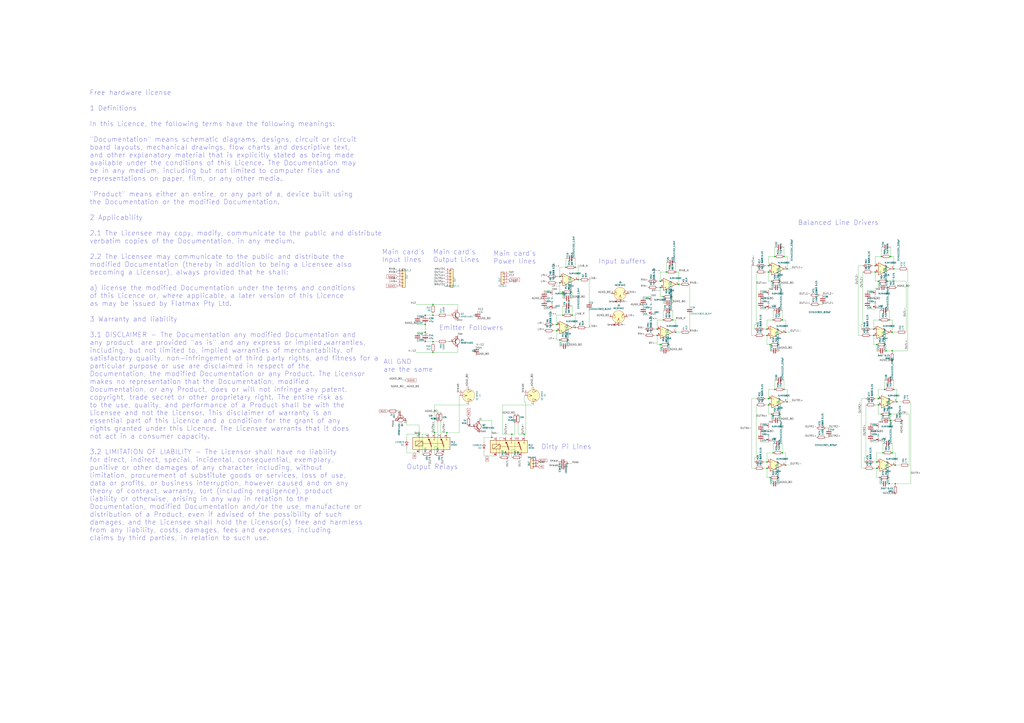
<source format=kicad_sch>
(kicad_sch (version 20211123) (generator eeschema)
  (paper "A1")
  (title_block (title "AIABS v1 balanced preamplifier") (date "8 jun 2015") (company "Audio Injector"))
  (junction (at 474.98 229.87))
  (junction (at 547.37 223.52))
  (junction (at 631.19 218.44))
  (junction (at 462.28 259.08))
  (junction (at 355.6 289.56))
  (junction (at 646.43 330.2))
  (junction (at 632.46 392.43))
  (junction (at 557.53 233.68))
  (junction (at 635 262.89))
  (junction (at 472.44 269.24))
  (junction (at 717.55 270.51))
  (junction (at 643.89 320.04))
  (junction (at 542.29 231.14))
  (junction (at 722.63 262.89))
  (junction (at 355.6 250.19))
  (junction (at 720.09 384.81))
  (junction (at 720.09 379.73))
  (junction (at 462.28 240.03))
  (junction (at 720.09 283.21))
  (junction (at 459.74 232.41))
  (junction (at 631.19 332.74))
  (junction (at 420.37 356.87))
  (junction (at 732.79 372.11))
  (junction (at 466.09 381))
  (junction (at 721.36 327.66))
  (junction (at 730.25 397.51))
  (junction (at 367.03 355.6))
  (junction (at 403.86 359.41))
  (junction (at 349.25 280.67))
  (junction (at 430.53 356.87))
  (junction (at 723.9 210.82))
  (junction (at 632.46 283.21))
  (junction (at 725.17 372.11))
  (junction (at 718.82 223.52))
  (junction (at 732.79 273.05))
  (junction (at 721.36 332.74))
  (junction (at 717.55 275.59))
  (junction (at 552.45 262.89))
  (junction (at 728.98 231.14))
  (junction (at 542.29 283.21))
  (junction (at 631.19 223.52))
  (junction (at 731.52 340.36))
  (junction (at 636.27 210.82))
  (junction (at 356.87 355.6))
  (junction (at 721.36 231.14))
  (junction (at 355.6 280.67))
  (junction (at 631.19 327.66))
  (junction (at 643.89 210.82))
  (junction (at 539.75 275.59))
  (junction (at 355.6 259.08))
  (junction (at 544.83 262.89))
  (junction (at 726.44 320.04))
  (junction (at 457.2 271.78))
  (junction (at 472.44 219.71))
  (junction (at 544.83 243.84))
  (junction (at 727.71 288.29))
  (junction (at 636.27 320.04))
  (junction (at 554.99 273.05))
  (junction (at 735.33 397.51))
  (junction (at 723.9 340.36))
  (junction (at 344.17 356.87))
  (junction (at 728.98 236.22))
  (junction (at 469.9 259.08))
  (junction (at 736.6 330.2))
  (junction (at 734.06 320.04))
  (junction (at 734.06 220.98))
  (junction (at 735.33 382.27))
  (junction (at 635 372.11))
  (junction (at 349.25 259.08))
  (junction (at 642.62 262.89))
  (junction (at 718.82 218.44))
  (junction (at 642.62 372.11))
  (junction (at 459.74 227.33))
  (junction (at 542.29 236.22))
  (junction (at 539.75 270.51))
  (junction (at 349.25 266.7))
  (junction (at 645.16 273.05))
  (junction (at 731.52 345.44))
  (junction (at 633.73 340.36))
  (junction (at 730.25 262.89))
  (junction (at 732.79 288.29))
  (junction (at 349.25 273.05))
  (junction (at 633.73 231.14))
  (junction (at 629.92 384.81))
  (junction (at 464.82 219.71))
  (junction (at 629.92 270.51))
  (junction (at 731.52 210.82))
  (junction (at 554.99 223.52))
  (junction (at 457.2 266.7))
  (junction (at 629.92 379.73))
  (junction (at 459.74 279.4))
  (junction (at 629.92 275.59))
  (junction (at 646.43 220.98))
  (junction (at 722.63 392.43))
  (junction (at 645.16 382.27))
  (no_connect (at 266.7 283.21))
  (wire (pts (xy 632.46 392.43) (xy 632.46 397.51)))
  (wire (pts (xy 722.63 392.43) (xy 722.63 397.51)))
  (wire (pts (xy 447.04 254) (xy 453.39 254)))
  (wire (pts (xy 375.92 285.75) (xy 375.92 289.56)))
  (wire (pts (xy 554.99 223.52) (xy 557.53 223.52)))
  (wire (pts (xy 631.19 340.36) (xy 633.73 340.36)))
  (wire (pts (xy 678.18 351.79) (xy 680.72 351.79)))
  (wire (pts (xy 547.37 223.52) (xy 547.37 215.9)))
  (wire (pts (xy 356.87 373.38) (xy 356.87 367.03)))
  (wire (pts (xy 707.39 275.59) (xy 704.85 275.59)))
  (wire (pts (xy 736.6 330.2) (xy 740.41 330.2)))
  (wire (pts (xy 731.52 345.44) (xy 734.06 345.44)))
  (wire (pts (xy 367.03 259.08) (xy 368.3 259.08)))
  (wire (pts (xy 721.36 320.04) (xy 726.44 320.04)))
  (wire (pts (xy 549.91 283.21) (xy 549.91 288.29)))
  (wire (pts (xy 715.01 275.59) (xy 717.55 275.59)))
  (wire (pts (xy 410.21 375.92) (xy 410.21 359.41)))
  (wire (pts (xy 375.92 250.19) (xy 355.6 250.19)))
  (wire (pts (xy 715.01 347.98) (xy 721.36 347.98)))
  (wire (pts (xy 554.99 262.89) (xy 554.99 273.05)))
  (wire (pts (xy 349.25 280.67) (xy 355.6 280.67)))
  (wire (pts (xy 341.63 250.19) (xy 355.6 250.19)))
  (wire (pts (xy 642.62 255.27) (xy 642.62 262.89)))
  (wire (pts (xy 712.47 238.76) (xy 718.82 238.76)))
  (wire (pts (xy 718.82 210.82) (xy 723.9 210.82)))
  (wire (pts (xy 727.71 283.21) (xy 727.71 288.29)))
  (wire (pts (xy 641.35 340.36) (xy 641.35 345.44)))
  (wire (pts (xy 375.92 289.56) (xy 355.6 289.56)))
  (wire (pts (xy 617.22 327.66) (xy 617.22 384.81)))
  (wire (pts (xy 642.62 262.89) (xy 645.16 262.89)))
  (wire (pts (xy 708.66 223.52) (xy 708.66 266.7)))
  (wire (pts (xy 457.2 266.7) (xy 457.2 259.08)))
  (wire (pts (xy 716.28 218.44) (xy 718.82 218.44)))
  (wire (pts (xy 410.21 359.41) (xy 415.29 359.41)))
  (wire (pts (xy 355.6 280.67) (xy 359.41 280.67)))
  (wire (pts (xy 459.74 240.03) (xy 462.28 240.03)))
  (wire (pts (xy 721.36 332.74) (xy 721.36 340.36)))
  (wire (pts (xy 554.99 215.9) (xy 554.99 223.52)))
  (wire (pts (xy 746.76 340.36) (xy 731.52 340.36)))
  (wire (pts (xy 645.16 262.89) (xy 645.16 273.05)))
  (wire (pts (xy 462.28 240.03) (xy 462.28 245.11)))
  (wire (pts (xy 542.29 236.22) (xy 542.29 243.84)))
  (wire (pts (xy 735.33 397.51) (xy 748.03 397.51)))
  (wire (pts (xy 473.71 269.24) (xy 472.44 269.24)))
  (wire (pts (xy 354.33 373.38) (xy 354.33 372.11)))
  (wire (pts (xy 731.52 203.2) (xy 731.52 210.82)))
  (wire (pts (xy 621.03 266.7) (xy 619.76 266.7)))
  (wire (pts (xy 466.09 379.73) (xy 466.09 381)))
  (wire (pts (xy 420.37 359.41) (xy 420.37 356.87)))
  (wire (pts (xy 412.75 332.74) (xy 412.75 356.87)))
  (wire (pts (xy 730.25 262.89) (xy 732.79 262.89)))
  (wire (pts (xy 539.75 262.89) (xy 544.83 262.89)))
  (wire (pts (xy 349.25 259.08) (xy 355.6 259.08)))
  (wire (pts (xy 624.84 347.98) (xy 631.19 347.98)))
  (wire (pts (xy 629.92 392.43) (xy 632.46 392.43)))
  (wire (pts (xy 646.43 330.2) (xy 650.24 330.2)))
  (wire (pts (xy 566.42 273.05) (xy 566.42 259.08)))
  (wire (pts (xy 454.66 271.78) (xy 457.2 271.78)))
  (wire (pts (xy 717.55 275.59) (xy 717.55 283.21)))
  (wire (pts (xy 643.89 320.04) (xy 646.43 320.04)))
  (wire (pts (xy 467.36 279.4) (xy 467.36 284.48)))
  (wire (pts (xy 720.09 283.21) (xy 720.09 288.29)))
  (wire (pts (xy 469.9 240.03) (xy 469.9 245.11)))
  (wire (pts (xy 732.79 372.11) (xy 735.33 372.11)))
  (wire (pts (xy 732.79 288.29) (xy 745.49 288.29)))
  (wire (pts (xy 431.8 356.87) (xy 431.8 330.2)))
  (wire (pts (xy 720.09 372.11) (xy 725.17 372.11)))
  (wire (pts (xy 539.75 283.21) (xy 542.29 283.21)))
  (wire (pts (xy 711.2 332.74) (xy 711.2 375.92)))
  (wire (pts (xy 645.16 382.27) (xy 648.97 382.27)))
  (wire (pts (xy 717.55 379.73) (xy 720.09 379.73)))
  (wire (pts (xy 459.74 279.4) (xy 459.74 284.48)))
  (wire (pts (xy 734.06 220.98) (xy 737.87 220.98)))
  (wire (pts (xy 735.33 398.78) (xy 735.33 397.51)))
  (wire (pts (xy 528.32 259.08) (xy 534.67 259.08)))
  (wire (pts (xy 734.06 210.82) (xy 734.06 220.98)))
  (wire (pts (xy 334.01 349.25) (xy 344.17 349.25)))
  (wire (pts (xy 732.79 364.49) (xy 732.79 372.11)))
  (wire (pts (xy 704.85 218.44) (xy 708.66 218.44)))
  (wire (pts (xy 745.49 288.29) (xy 745.49 220.98)))
  (wire (pts (xy 542.29 243.84) (xy 544.83 243.84)))
  (wire (pts (xy 732.79 273.05) (xy 736.6 273.05)))
  (wire (pts (xy 633.73 340.36) (xy 633.73 345.44)))
  (wire (pts (xy 474.98 229.87) (xy 474.98 219.71)))
  (wire (pts (xy 342.9 266.7) (xy 349.25 266.7)))
  (wire (pts (xy 367.03 355.6) (xy 367.03 356.87)))
  (wire (pts (xy 735.33 372.11) (xy 735.33 382.27)))
  (wire (pts (xy 730.25 397.51) (xy 735.33 397.51)))
  (wire (pts (xy 427.99 374.65) (xy 427.99 375.92)))
  (wire (pts (xy 359.41 339.09) (xy 361.95 339.09)))
  (wire (pts (xy 361.95 355.6) (xy 367.03 355.6)))
  (wire (pts (xy 730.25 392.43) (xy 730.25 397.51)))
  (wire (pts (xy 707.39 266.7) (xy 707.39 270.51)))
  (wire (pts (xy 629.92 283.21) (xy 632.46 283.21)))
  (wire (pts (xy 709.93 384.81) (xy 707.39 384.81)))
  (wire (pts (xy 716.28 223.52) (xy 718.82 223.52)))
  (wire (pts (xy 627.38 270.51) (xy 629.92 270.51)))
  (wire (pts (xy 715.01 363.22) (xy 721.36 363.22)))
  (wire (pts (xy 627.38 275.59) (xy 629.92 275.59)))
  (wire (pts (xy 744.22 231.14) (xy 728.98 231.14)))
  (wire (pts (xy 459.74 219.71) (xy 464.82 219.71)))
  (wire (pts (xy 459.74 227.33) (xy 459.74 219.71)))
  (wire (pts (xy 621.03 332.74) (xy 621.03 375.92)))
  (wire (pts (xy 619.76 384.81) (xy 617.22 384.81)))
  (wire (pts (xy 731.52 340.36) (xy 731.52 345.44)))
  (wire (pts (xy 361.95 346.71) (xy 361.95 355.6)))
  (wire (pts (xy 552.45 255.27) (xy 552.45 262.89)))
  (wire (pts (xy 457.2 271.78) (xy 457.2 279.4)))
  (wire (pts (xy 717.55 270.51) (xy 717.55 262.89)))
  (wire (pts (xy 624.84 254) (xy 631.19 254)))
  (wire (pts (xy 377.19 355.6) (xy 367.03 355.6)))
  (wire (pts (xy 643.89 203.2) (xy 643.89 210.82)))
  (wire (pts (xy 420.37 356.87) (xy 412.75 356.87)))
  (wire (pts (xy 619.76 266.7) (xy 619.76 270.51)))
  (wire (pts (xy 617.22 218.44) (xy 617.22 275.59)))
  (wire (pts (xy 641.35 231.14) (xy 641.35 236.22)))
  (wire (pts (xy 629.92 262.89) (xy 635 262.89)))
  (wire (pts (xy 346.71 356.87) (xy 351.79 356.87)))
  (wire (pts (xy 704.85 218.44) (xy 704.85 275.59)))
  (wire (pts (xy 459.74 232.41) (xy 459.74 240.03)))
  (wire (pts (xy 631.19 223.52) (xy 631.19 231.14)))
  (wire (pts (xy 621.03 375.92) (xy 619.76 375.92)))
  (wire (pts (xy 356.87 367.03) (xy 359.41 367.03)))
  (wire (pts (xy 334.01 349.25) (xy 334.01 345.44)))
  (wire (pts (xy 422.91 356.87) (xy 422.91 347.98)))
  (wire (pts (xy 715.01 270.51) (xy 717.55 270.51)))
  (wire (pts (xy 720.09 379.73) (xy 720.09 372.11)))
  (wire (pts (xy 422.91 369.57) (xy 422.91 359.41)))
  (wire (pts (xy 628.65 223.52) (xy 631.19 223.52)))
  (wire (pts (xy 356.87 355.6) (xy 356.87 332.74)))
  (wire (pts (xy 355.6 257.81) (xy 355.6 259.08)))
  (wire (pts (xy 447.04 238.76) (xy 453.39 238.76)))
  (wire (pts (xy 717.55 384.81) (xy 720.09 384.81)))
  (wire (pts (xy 709.93 375.92) (xy 709.93 379.73)))
  (wire (pts (xy 619.76 375.92) (xy 619.76 379.73)))
  (wire (pts (xy 332.74 312.42) (xy 330.2 312.42)))
  (wire (pts (xy 632.46 283.21) (xy 632.46 288.29)))
  (wire (pts (xy 552.45 262.89) (xy 554.99 262.89)))
  (wire (pts (xy 718.82 218.44) (xy 718.82 210.82)))
  (wire (pts (xy 397.51 359.41) (xy 397.51 363.22)))
  (wire (pts (xy 631.19 218.44) (xy 631.19 210.82)))
  (wire (pts (xy 542.29 231.14) (xy 542.29 223.52)))
  (wire (pts (xy 328.93 337.82) (xy 326.39 337.82)))
  (wire (pts (xy 342.9 259.08) (xy 349.25 259.08)))
  (wire (pts (xy 624.84 363.22) (xy 631.19 363.22)))
  (wire (pts (xy 629.92 275.59) (xy 629.92 283.21)))
  (wire (pts (xy 367.03 280.67) (xy 368.3 280.67)))
  (wire (pts (xy 645.16 372.11) (xy 645.16 382.27)))
  (wire (pts (xy 720.09 392.43) (xy 722.63 392.43)))
  (wire (pts (xy 721.36 231.14) (xy 721.36 236.22)))
  (wire (pts (xy 627.38 379.73) (xy 629.92 379.73)))
  (wire (pts (xy 558.8 233.68) (xy 557.53 233.68)))
  (wire (pts (xy 457.2 232.41) (xy 459.74 232.41)))
  (wire (pts (xy 646.43 320.04) (xy 646.43 330.2)))
  (wire (pts (xy 342.9 280.67) (xy 349.25 280.67)))
  (wire (pts (xy 539.75 236.22) (xy 542.29 236.22)))
  (wire (pts (xy 646.43 220.98) (xy 650.24 220.98)))
  (wire (pts (xy 356.87 355.6) (xy 356.87 356.87)))
  (wire (pts (xy 640.08 392.43) (xy 640.08 397.51)))
  (wire (pts (xy 331.47 318.77) (xy 334.01 318.77)))
  (wire (pts (xy 718.82 231.14) (xy 721.36 231.14)))
  (wire (pts (xy 384.81 350.52) (xy 386.08 350.52)))
  (wire (pts (xy 628.65 332.74) (xy 631.19 332.74)))
  (wire (pts (xy 746.76 340.36) (xy 746.76 382.27)))
  (wire (pts (xy 723.9 210.82) (xy 723.9 203.2)))
  (wire (pts (xy 528.32 243.84) (xy 534.67 243.84)))
  (wire (pts (xy 748.03 397.51) (xy 748.03 330.2)))
  (wire (pts (xy 464.82 219.71) (xy 464.82 212.09)))
  (wire (pts (xy 349.25 273.05) (xy 349.25 266.7)))
  (wire (pts (xy 624.84 238.76) (xy 631.19 238.76)))
  (wire (pts (xy 557.53 233.68) (xy 557.53 223.52)))
  (wire (pts (xy 359.41 367.03) (xy 359.41 356.87)))
  (wire (pts (xy 430.53 356.87) (xy 430.53 359.41)))
  (wire (pts (xy 640.08 283.21) (xy 640.08 288.29)))
  (wire (pts (xy 721.36 340.36) (xy 723.9 340.36)))
  (wire (pts (xy 422.91 359.41) (xy 425.45 359.41)))
  (wire (pts (xy 646.43 210.82) (xy 646.43 220.98)))
  (wire (pts (xy 728.98 231.14) (xy 728.98 236.22)))
  (wire (pts (xy 712.47 254) (xy 718.82 254)))
  (wire (pts (xy 462.28 259.08) (xy 462.28 251.46)))
  (wire (pts (xy 542.29 223.52) (xy 547.37 223.52)))
  (wire (pts (xy 544.83 243.84) (xy 544.83 248.92)))
  (wire (pts (xy 355.6 259.08) (xy 359.41 259.08)))
  (wire (pts (xy 542.29 283.21) (xy 542.29 288.29)))
  (wire (pts (xy 403.86 359.41) (xy 397.51 359.41)))
  (wire (pts (xy 476.25 229.87) (xy 474.98 229.87)))
  (wire (pts (xy 359.41 355.6) (xy 356.87 355.6)))
  (wire (pts (xy 334.01 368.3) (xy 334.01 372.11)))
  (wire (pts (xy 727.71 288.29) (xy 732.79 288.29)))
  (wire (pts (xy 720.09 384.81) (xy 720.09 392.43)))
  (wire (pts (xy 718.82 223.52) (xy 718.82 231.14)))
  (wire (pts (xy 723.9 340.36) (xy 723.9 345.44)))
  (wire (pts (xy 425.45 347.98) (xy 425.45 356.87)))
  (wire (pts (xy 629.92 379.73) (xy 629.92 372.11)))
  (wire (pts (xy 717.55 262.89) (xy 722.63 262.89)))
  (wire (pts (xy 619.76 275.59) (xy 617.22 275.59)))
  (wire (pts (xy 397.51 374.65) (xy 407.67 374.65)))
  (wire (pts (xy 420.37 375.92) (xy 420.37 369.57)))
  (wire (pts (xy 422.91 340.36) (xy 425.45 340.36)))
  (wire (pts (xy 457.2 227.33) (xy 459.74 227.33)))
  (wire (pts (xy 539.75 275.59) (xy 539.75 283.21)))
  (wire (pts (xy 673.1 250.19) (xy 675.64 250.19)))
  (wire (pts (xy 678.18 359.41) (xy 680.72 359.41)))
  (wire (pts (xy 643.89 210.82) (xy 646.43 210.82)))
  (wire (pts (xy 726.44 320.04) (xy 726.44 312.42)))
  (wire (pts (xy 344.17 349.25) (xy 344.17 356.87)))
  (wire (pts (xy 558.8 273.05) (xy 554.99 273.05)))
  (wire (pts (xy 629.92 270.51) (xy 629.92 262.89)))
  (wire (pts (xy 466.09 381) (xy 466.09 383.54)))
  (wire (pts (xy 643.89 312.42) (xy 643.89 320.04)))
  (wire (pts (xy 469.9 381) (xy 466.09 381)))
  (wire (pts (xy 472.44 212.09) (xy 472.44 219.71)))
  (wire (pts (xy 636.27 320.04) (xy 636.27 312.42)))
  (wire (pts (xy 642.62 364.49) (xy 642.62 372.11)))
  (wire (pts (xy 722.63 262.89) (xy 722.63 255.27)))
  (wire (pts (xy 731.52 210.82) (xy 734.06 210.82)))
  (wire (pts (xy 642.62 372.11) (xy 645.16 372.11)))
  (wire (pts (xy 431.8 330.2) (xy 430.53 330.2)))
  (wire (pts (xy 636.27 210.82) (xy 636.27 203.2)))
  (wire (pts (xy 734.06 320.04) (xy 736.6 320.04)))
  (wire (pts (xy 430.53 356.87) (xy 431.8 356.87)))
  (wire (pts (xy 344.17 356.87) (xy 334.01 356.87)))
  (wire (pts (xy 708.66 266.7) (xy 707.39 266.7)))
  (wire (pts (xy 457.2 259.08) (xy 462.28 259.08)))
  (wire (pts (xy 334.01 356.87) (xy 334.01 360.68)))
  (wire (pts (xy 645.16 273.05) (xy 648.97 273.05)))
  (wire (pts (xy 544.83 262.89) (xy 544.83 255.27)))
  (wire (pts (xy 631.19 327.66) (xy 631.19 320.04)))
  (wire (pts (xy 420.37 369.57) (xy 422.91 369.57)))
  (wire (pts (xy 631.19 332.74) (xy 631.19 340.36)))
  (wire (pts (xy 717.55 283.21) (xy 720.09 283.21)))
  (wire (pts (xy 403.86 345.44) (xy 403.86 359.41)))
  (wire (pts (xy 721.36 327.66) (xy 721.36 320.04)))
  (wire (pts (xy 629.92 384.81) (xy 629.92 392.43)))
  (wire (pts (xy 617.22 218.44) (xy 621.03 218.44)))
  (wire (pts (xy 718.82 327.66) (xy 721.36 327.66)))
  (wire (pts (xy 438.15 332.74) (xy 412.75 332.74)))
  (wire (pts (xy 393.7 345.44) (xy 403.86 345.44)))
  (wire (pts (xy 417.83 375.92) (xy 417.83 374.65)))
  (wire (pts (xy 633.73 231.14) (xy 633.73 236.22)))
  (wire (pts (xy 628.65 327.66) (xy 631.19 327.66)))
  (wire (pts (xy 718.82 332.74) (xy 721.36 332.74)))
  (wire (pts (xy 552.45 243.84) (xy 552.45 248.92)))
  (wire (pts (xy 430.53 330.2) (xy 430.53 325.12)))
  (wire (pts (xy 537.21 270.51) (xy 539.75 270.51)))
  (wire (pts (xy 673.1 242.57) (xy 675.64 242.57)))
  (wire (pts (xy 481.33 269.24) (xy 483.87 269.24)))
  (wire (pts (xy 454.66 266.7) (xy 457.2 266.7)))
  (wire (pts (xy 342.9 273.05) (xy 349.25 273.05)))
  (wire (pts (xy 631.19 231.14) (xy 633.73 231.14)))
  (wire (pts (xy 631.19 210.82) (xy 636.27 210.82)))
  (wire (pts (xy 472.44 219.71) (xy 474.98 219.71)))
  (wire (pts (xy 377.19 325.12) (xy 377.19 355.6)))
  (wire (pts (xy 744.22 231.14) (xy 744.22 273.05)))
  (wire (pts (xy 334.01 372.11) (xy 344.17 372.11)))
  (wire (pts (xy 407.67 359.41) (xy 403.86 359.41)))
  (wire (pts (xy 635 262.89) (xy 635 255.27)))
  (wire (pts (xy 621.03 223.52) (xy 621.03 266.7)))
  (wire (pts (xy 356.87 332.74) (xy 384.81 332.74)))
  (wire (pts (xy 617.22 327.66) (xy 621.03 327.66)))
  (wire (pts (xy 566.42 233.68) (xy 566.42 251.46)))
  (wire (pts (xy 359.41 355.6) (xy 359.41 346.71)))
  (wire (pts (xy 397.51 370.84) (xy 397.51 374.65)))
  (wire (pts (xy 425.45 356.87) (xy 430.53 356.87)))
  (wire (pts (xy 707.39 327.66) (xy 711.2 327.66)))
  (wire (pts (xy 736.6 320.04) (xy 736.6 330.2)))
  (wire (pts (xy 341.63 289.56) (xy 355.6 289.56)))
  (wire (pts (xy 627.38 384.81) (xy 629.92 384.81)))
  (wire (pts (xy 359.41 356.87) (xy 361.95 356.87)))
  (wire (pts (xy 483.87 255.27) (xy 483.87 269.24)))
  (wire (pts (xy 707.39 327.66) (xy 707.39 384.81)))
  (wire (pts (xy 539.75 231.14) (xy 542.29 231.14)))
  (wire (pts (xy 631.19 320.04) (xy 636.27 320.04)))
  (wire (pts (xy 629.92 372.11) (xy 635 372.11)))
  (wire (pts (xy 725.17 372.11) (xy 725.17 364.49)))
  (wire (pts (xy 539.75 270.51) (xy 539.75 262.89)))
  (wire (pts (xy 537.21 275.59) (xy 539.75 275.59)))
  (wire (pts (xy 457.2 279.4) (xy 459.74 279.4)))
  (wire (pts (xy 635 372.11) (xy 635 364.49)))
  (wire (pts (xy 355.6 281.94) (xy 355.6 280.67)))
  (wire (pts (xy 364.49 372.11) (xy 364.49 373.38)))
  (wire (pts (xy 732.79 289.56) (xy 732.79 288.29)))
  (wire (pts (xy 730.25 255.27) (xy 730.25 262.89)))
  (wire (pts (xy 346.71 373.38) (xy 346.71 356.87)))
  (wire (pts (xy 483.87 229.87) (xy 483.87 247.65)))
  (wire (pts (xy 472.44 259.08) (xy 469.9 259.08)))
  (wire (pts (xy 734.06 312.42) (xy 734.06 320.04)))
  (wire (pts (xy 472.44 269.24) (xy 472.44 259.08)))
  (wire (pts (xy 735.33 382.27) (xy 739.14 382.27)))
  (wire (pts (xy 469.9 251.46) (xy 469.9 259.08)))
  (wire (pts (xy 375.92 254) (xy 375.92 250.19)))
  (wire (pts (xy 420.37 356.87) (xy 422.91 356.87)))
  (wire (pts (xy 711.2 375.92) (xy 709.93 375.92)))
  (wire (pts (xy 732.79 262.89) (xy 732.79 273.05)))
  (wire (pts (xy 628.65 218.44) (xy 631.19 218.44)))
  (text "All GND\nare the same" (at 314.96 306.07 0) (effects (font (size 3.9878 3.9878)) (justify left bottom)))
  (text "Input buffers" (at 491.49 217.17 0) (effects (font (size 3.9878 3.9878)) (justify left bottom)))
  (text "Free hardware license\n\n1 Definitions\n\nIn this Licence, the following terms have the following meanings:\n\n\"Documentation\" means schematic diagrams, designs, circuit or circuit\nboard layouts, mechanical drawings, flow charts and descriptive text,\nand other explanatory material that is explicitly stated as being made\navailable under the conditions of this Licence. The Documentation may\nbe in any medium, including but not limited to computer files and\nrepresentations on paper, film, or any other media.\n\n\"Product\" means either an entire, or any part of a, device built using\nthe Documentation or the modified Documentation.\n\n2 Applicability\n\n2.1 The Licensee may copy, modify, communicate to the public and distribute\nverbatim copies of the Documentation, in any medium.\n\n2.2 The Licensee may communicate to the public and distribute the\nmodified Documentation (thereby in addition to being a Licensee also\nbecoming a Licensor), always provided that he shall:\n\na) license the modified Documentation under the terms and conditions\nof this Licence or, where applicable, a later version of this Licence\nas may be issued by Flatmax Pty Ltd.\n\n3 Warranty and liability\n\n3.1 DISCLAIMER - The Documentation any modified Documentation and\nany product  are provided \"as is\" and any express or implied warranties,\nincluding, but not limited to, implied warranties of merchantability, of\nsatisfactory quality, non-infringement of third party rights, and fitness for a\nparticular purpose or use are disclaimed in respect of the\nDocumentation, the modified Documentation or any Product. The Licensor\nmakes no representation that the Documentation, modified\nDocumentation, or any Product, does or will not infringe any patent,\ncopyright, trade secret or other proprietary right. The entire risk as\nto the use, quality, and performance of a Product shall be with the\nLicensee and not the Licensor. This disclaimer of warranty is an\nessential part of this Licence and a condition for the grant of any\nrights granted under this Licence. The Licensee warrants that it does\nnot act in a consumer capacity.\n\n3.2 LIMITATION OF LIABILITY - The Licensor shall have no liability\nfor direct, indirect, special, incidental, consequential, exemplary,\npunitive or other damages of any character including, without\nlimitation, procurement of substitute goods or services, loss of use,\ndata or profits, or business interruption, however caused and on any\ntheory of contract, warranty, tort (including negligence), product\nliability or otherwise, arising in any way in relation to the\nDocumentation, modified Documentation and/or the use, manufacture or\ndistribution of a Product, even if advised of the possibility of such\ndamages, and the Licensee shall hold the Licensor(s) free and harmless\nfrom any liability, costs, damages, fees and expenses, including\nclaims by third parties, in relation to such use.\n" (at 73.66 444.5 0) (effects (font (size 3.9878 3.9878)) (justify left bottom)))
  (text "Output Relays" (at 334.01 386.08 0) (effects (font (size 3.9878 3.9878)) (justify left bottom)))
  (text "Dirty Pi Lines" (at 444.5 369.57 0) (effects (font (size 3.9878 3.9878)) (justify left bottom)))
  (text "Main card's\nOutput Lines" (at 355.6 215.9 0) (effects (font (size 3.9878 3.9878)) (justify left bottom)))
  (text "Main card's\nInput lines" (at 313.69 215.9 0) (effects (font (size 3.9878 3.9878)) (justify left bottom)))
  (text "Balanced Line Drivers" (at 655.32 185.42 0) (effects (font (size 3.9878 3.9878)) (justify left bottom)))
  (text "Main card's\nPower lines" (at 405.13 217.17 0) (effects (font (size 3.9878 3.9878)) (justify left bottom)))
  (text "Emitter Followers" (at 360.68 271.78 0) (effects (font (size 3.9878 3.9878)) (justify left bottom)))
  (label "AGND_BO" (at 330.2 312.42 180) (effects (font (size 1.524 1.524))))
  (label "LinB-" (at 326.39 229.87 180) (effects (font (size 1.524 1.524))))
  (label "OUTL-" (at 744.22 260.35 90) (effects (font (size 1.524 1.524))))
  (label "V12" (at 417.83 227.33 0) (effects (font (size 1.524 1.524))))
  (label "Vee" (at 631.19 238.76 0) (effects (font (size 1.524 1.524))))
  (label "Lif++" (at 457.2 259.08 180) (effects (font (size 1.524 1.524))))
  (label "AGND_BO" (at 735.33 406.4 180) (effects (font (size 1.524 1.524))))
  (label "OUTRo-" (at 365.76 232.41 180) (effects (font (size 1.524 1.524))))
  (label "SGND_BO" (at 549.91 288.29 0) (effects (font (size 1.524 1.524))))
  (label "AGND_BO" (at 641.35 233.68 0) (effects (font (size 1.524 1.524))))
  (label "Vcc" (at 453.39 254 0) (effects (font (size 1.524 1.524))))
  (label "AGND_BO" (at 438.15 317.5 90) (effects (font (size 1.524 1.524))))
  (label "OUTLo-" (at 619.76 218.44 90) (effects (font (size 1.524 1.524))))
  (label "OUTL2+" (at 708.66 236.22 90) (effects (font (size 1.524 1.524))))
  (label "Vee" (at 631.19 347.98 0) (effects (font (size 1.524 1.524))))
  (label "PGND" (at 469.9 381 0))
  (label "SGND_BO" (at 467.36 284.48 0) (effects (font (size 1.524 1.524))))
  (label "OUTL-" (at 427.99 375.92 270) (effects (font (size 1.524 1.524))))
  (label "OUTLo+" (at 621.03 233.68 0) (effects (font (size 1.524 1.524))))
  (label "LinB-" (at 483.87 229.87 0) (effects (font (size 1.524 1.524))))
  (label "V-12" (at 341.63 289.56 180) (effects (font (size 1.524 1.524))))
  (label "RinB_N" (at 557.53 223.52 0) (effects (font (size 1.524 1.524))))
  (label "SolL-" (at 403.86 356.87 0))
  (label "Vee" (at 721.36 347.98 0) (effects (font (size 1.524 1.524))))
  (label "Cr" (at 334.01 345.44 270))
  (label "LIN-" (at 447.04 266.7 180) (effects (font (size 1.524 1.524))))
  (label "OUTRe+" (at 356.87 355.6 90) (effects (font (size 1.524 1.524))))
  (label "Lif+-" (at 457.2 279.4 180) (effects (font (size 1.524 1.524))))
  (label "RIN-" (at 532.13 236.22 180) (effects (font (size 1.524 1.524))))
  (label "V12" (at 392.43 255.27 0) (effects (font (size 1.524 1.524))))
  (label "RinB_P" (at 554.99 262.89 0) (effects (font (size 1.524 1.524))))
  (label "AGND_BO" (at 528.32 251.46 180) (effects (font (size 1.524 1.524))))
  (label "AGND_BO" (at 624.84 355.6 0) (effects (font (size 1.524 1.524))))
  (label "V-12" (at 417.83 232.41 0) (effects (font (size 1.524 1.524))))
  (label "OUTR1-" (at 648.97 382.27 0) (effects (font (size 1.524 1.524))))
  (label "Cl" (at 393.7 345.44 0))
  (label "Br" (at 328.93 337.82 270))
  (label "LinB_N" (at 474.98 219.71 0) (effects (font (size 1.524 1.524))))
  (label "Rif-+" (at 542.29 223.52 180) (effects (font (size 1.524 1.524))))
  (label "ShieldO" (at 430.53 322.58 90))
  (label "AGND_BO" (at 736.6 236.22 0) (effects (font (size 1.524 1.524))))
  (label "Vee" (at 453.39 238.76 0) (effects (font (size 1.524 1.524))))
  (label "Vcc" (at 534.67 259.08 0) (effects (font (size 1.524 1.524))))
  (label "SolR-" (at 340.36 356.87 0))
  (label "ShieldI" (at 458.47 379.73 180))
  (label "LIN-" (at 508 267.97 0) (effects (font (size 1.524 1.524))))
  (label "AGND_BO" (at 334.01 318.77 0) (effects (font (size 1.524 1.524))))
  (label "Vee" (at 375.92 275.59 0) (effects (font (size 1.524 1.524))))
  (label "LIN+" (at 515.62 260.35 0) (effects (font (size 1.524 1.524))))
  (label "OUTR2+" (at 680.72 359.41 0) (effects (font (size 1.524 1.524))))
  (label "BMUTEC" (at 365.76 234.95 180) (effects (font (size 1.524 1.524))))
  (label "Rif++" (at 539.75 262.89 180) (effects (font (size 1.524 1.524))))
  (label "OUTRo-" (at 617.22 353.06 180) (effects (font (size 1.524 1.524))))
  (label "OUTR-" (at 364.49 373.38 270) (effects (font (size 1.524 1.524))))
  (label "OUTR+" (at 354.33 373.38 270) (effects (font (size 1.524 1.524))))
  (label "AGND_BO" (at 741.68 345.44 270) (effects (font (size 1.524 1.524))))
  (label "RIN-" (at 509.27 248.92 0) (effects (font (size 1.524 1.524))))
  (label "AGND_BO" (at 715.01 355.6 0) (effects (font (size 1.524 1.524))))
  (label "RinB+" (at 566.42 273.05 0) (effects (font (size 1.524 1.524))))
  (label "AGND_BO" (at 624.84 246.38 0) (effects (font (size 1.524 1.524))))
  (label "OUTL1+" (at 650.24 220.98 0) (effects (font (size 1.524 1.524))))
  (label "OUTL2+" (at 675.64 250.19 0) (effects (font (size 1.524 1.524))))
  (label "OUTR2+" (at 711.2 358.14 90) (effects (font (size 1.524 1.524))))
  (label "SGND_BO" (at 391.16 292.1 0) (effects (font (size 1.524 1.524))))
  (label "OUTL1-" (at 665.48 242.57 180) (effects (font (size 1.524 1.524))))
  (label "Bl" (at 384.81 350.52 0))
  (label "Rif+-" (at 539.75 283.21 180) (effects (font (size 1.524 1.524))))
  (label "V12" (at 341.63 250.19 180) (effects (font (size 1.524 1.524))))
  (label "OUTR+" (at 748.03 389.89 0) (effects (font (size 1.524 1.524))))
  (label "RinB-" (at 326.39 222.25 180) (effects (font (size 1.524 1.524))))
  (label "Lif-+" (at 459.74 219.71 180) (effects (font (size 1.524 1.524))))
  (label "Vcc" (at 375.92 264.16 0) (effects (font (size 1.524 1.524))))
  (label "PGND" (at 393.7 355.6 0))
  (label "OUTRo+" (at 365.76 229.87 180) (effects (font (size 1.524 1.524))))
  (label "ShieldO" (at 458.47 383.54 180))
  (label "LIN+" (at 449.58 227.33 180) (effects (font (size 1.524 1.524))))
  (label "Rif--" (at 542.29 240.03 180) (effects (font (size 1.524 1.524))))
  (label "AGND_BO" (at 640.08 397.51 0) (effects (font (size 1.524 1.524))))
  (label "AMUTEC" (at 365.76 222.25 180) (effects (font (size 1.524 1.524))))
  (label "Vee" (at 718.82 238.76 0) (effects (font (size 1.524 1.524))))
  (label "OUTL+" (at 745.49 279.4 270) (effects (font (size 1.524 1.524))))
  (label "OUTL2-" (at 704.85 233.68 90) (effects (font (size 1.524 1.524))))
  (label "Vcc" (at 631.19 254 0) (effects (font (size 1.524 1.524))))
  (label "OUTLe+" (at 416.56 356.87 90) (effects (font (size 1.524 1.524))))
  (label "AGND_BO" (at 447.04 246.38 180) (effects (font (size 1.524 1.524))))
  (label "AGND_BO" (at 732.79 297.18 180) (effects (font (size 1.524 1.524))))
  (label "OUTLo-" (at 365.76 224.79 180) (effects (font (size 1.524 1.524))))
  (label "Vcc" (at 631.19 363.22 0) (effects (font (size 1.524 1.524))))
  (label "SGND_BO" (at 469.9 245.11 0) (effects (font (size 1.524 1.524))))
  (label "RinB-" (at 566.42 233.68 0) (effects (font (size 1.524 1.524))))
  (label "OUTLe-" (at 430.53 356.87 90) (effects (font (size 1.524 1.524))))
  (label "OUTL1-" (at 648.97 273.05 0) (effects (font (size 1.524 1.524))))
  (label "OUTR1+" (at 650.24 330.2 0) (effects (font (size 1.524 1.524))))
  (label "PGND" (at 323.85 345.44 270))
  (label "OUTL1+" (at 665.48 250.19 180) (effects (font (size 1.524 1.524))))
  (label "RIN+" (at 529.59 275.59 180) (effects (font (size 1.524 1.524))))
  (label "AGND_BO" (at 359.41 339.09 180) (effects (font (size 1.524 1.524))))
  (label "RinB+" (at 326.39 224.79 180) (effects (font (size 1.524 1.524))))
  (label "OUTRo+" (at 621.03 342.9 0) (effects (font (size 1.524 1.524))))
  (label "SGND_BO" (at 552.45 248.92 0) (effects (font (size 1.524 1.524))))
  (label "Vcc" (at 721.36 363.22 0) (effects (font (size 1.524 1.524))))
  (label "OUTRe-" (at 365.76 355.6 90) (effects (font (size 1.524 1.524))))
  (label "PGND" (at 441.96 381 0))
  (label "ShieldI" (at 506.73 248.92 180))
  (label "OUTR1-" (at 670.56 351.79 180) (effects (font (size 1.524 1.524))))
  (label "SGND_BO" (at 331.47 318.77 180) (effects (font (size 1.524 1.524))))
  (label "Vph" (at 417.83 224.79 0) (effects (font (size 1.524 1.524))))
  (label "AGND_BO" (at 640.08 287.02 0) (effects (font (size 1.524 1.524))))
  (label "RIN+" (at 532.13 231.14 180) (effects (font (size 1.524 1.524))))
  (label "AGND_BO" (at 641.35 345.44 0) (effects (font (size 1.524 1.524))))
  (label "LinB_P" (at 472.44 259.08 0) (effects (font (size 1.524 1.524))))
  (label "RIN-" (at 529.59 270.51 180) (effects (font (size 1.524 1.524))))
  (label "AGND_BO" (at 712.47 246.38 0) (effects (font (size 1.524 1.524))))
  (label "LIN-" (at 449.58 232.41 180) (effects (font (size 1.524 1.524))))
  (label "Vcc" (at 718.82 254 0) (effects (font (size 1.524 1.524))))
  (label "AGND_BO" (at 501.65 241.3 180) (effects (font (size 1.524 1.524))))
  (label "OUTR-" (at 737.87 340.36 0) (effects (font (size 1.524 1.524))))
  (label "AGND_BO" (at 422.91 340.36 180) (effects (font (size 1.524 1.524))))
  (label "LinB+" (at 483.87 269.24 0) (effects (font (size 1.524 1.524))))
  (label "LinB+" (at 326.39 232.41 180) (effects (font (size 1.524 1.524))))
  (label "OUTL2-" (at 675.64 242.57 0) (effects (font (size 1.524 1.524))))
  (label "SGND_BO" (at 342.9 266.7 180) (effects (font (size 1.524 1.524))))
  (label "LIN+" (at 447.04 271.78 180) (effects (font (size 1.524 1.524))))
  (label "OUTR2-" (at 680.72 351.79 0) (effects (font (size 1.524 1.524))))
  (label "ShieldO" (at 377.19 322.58 90))
  (label "V-12" (at 391.16 284.48 0) (effects (font (size 1.524 1.524))))
  (label "Lif--" (at 459.74 236.22 180) (effects (font (size 1.524 1.524))))
  (label "OUTR1+" (at 670.56 359.41 180) (effects (font (size 1.524 1.524))))
  (label "SGND_BO" (at 392.43 262.89 0) (effects (font (size 1.524 1.524))))
  (label "Vee" (at 534.67 243.84 0) (effects (font (size 1.524 1.524))))
  (label "RIN+" (at 516.89 241.3 0) (effects (font (size 1.524 1.524))))
  (label "ShieldI" (at 505.46 267.97 180))
  (label "OUTR2-" (at 707.39 330.2 270) (effects (font (size 1.524 1.524))))
  (label "AGND_BO" (at 384.81 317.5 90) (effects (font (size 1.524 1.524))))
  (label "OUTLo+" (at 365.76 227.33 180) (effects (font (size 1.524 1.524))))
  (label "AGND_BO" (at 500.38 260.35 180) (effects (font (size 1.524 1.524))))
  (label "OUTL+" (at 417.83 375.92 270) (effects (font (size 1.524 1.524))))
  (global_label "V5" (shape input) (at 400.05 374.65 270) (property "Intersheet References" "${INTERSHEET_REFS}" (effects hide)))
  (global_label "MUTE" (shape input) (at 384.81 342.9 90) (property "Intersheet References" "${INTERSHEET_REFS}" (effects hide)))
  (global_label "MUTE" (shape input) (at 318.77 337.82 180) (property "Intersheet References" "${INTERSHEET_REFS}" (effects hide)))
  (global_label "SGND" (shape input) (at 326.39 234.95 180) (effects (font (size 1.524 1.524))) (property "Intersheet References" "${INTERSHEET_REFS}" (effects hide)))
  (global_label "V5" (shape input) (at 441.96 383.54 0) (property "Intersheet References" "${INTERSHEET_REFS}" (effects hide)))
  (global_label "SGND" (shape input) (at 417.83 229.87 0) (effects (font (size 1.524 1.524))) (property "Intersheet References" "${INTERSHEET_REFS}" (effects hide)))
  (global_label "SGND" (shape input) (at 326.39 227.33 180) (effects (font (size 1.524 1.524))) (property "Intersheet References" "${INTERSHEET_REFS}" (effects hide)))
  (global_label "MUTE" (shape input) (at 441.96 378.46 0) (property "Intersheet References" "${INTERSHEET_REFS}" (effects hide)))
  (global_label "V5" (shape input) (at 340.36 372.11 270) (property "Intersheet References" "${INTERSHEET_REFS}" (effects hide)))
  (global_label "SGND" (shape input) (at 332.74 312.42 0) (effects (font (size 1.524 1.524))) (property "Intersheet References" "${INTERSHEET_REFS}" (effects hide)))
  (symbol (lib_id "Connector_Generic:Conn_01x06") (at 370.84 229.87 0) (mirror x) (unit 1)
    (property "Reference" "L_G_R_OUT_1" (at 370.84 234.95 0))
    (property "Value" "OUT" (at 373.38 229.87 90))
    (property "Footprint" "Connector_PinHeader_2.54mm:PinHeader_1x06_P2.54mm_Vertical" (effects hide))
  )
  (symbol (lib_id "PPI-ISO-rescue:Opamp_Dual_Generic-Device") (at 638.81 220.98 0) (mirror x) (unit 2)
    (property "Reference" "U2" (at 638.81 226.06 0) (effects (justify left)))
    (property "Value" "NJM4580E" (at 638.81 215.9 0) (effects (justify left)))
    (property "Footprint" "Package_SO:SOIC-8_3.9x4.9mm_P1.27mm" (effects hide))
  )
  (symbol (lib_id "PPI-ISO-rescue:Opamp_Dual_Generic-Device") (at 633.73 355.6 0) (mirror x) (unit 3)
    (property "Reference" "U3" (at 633.73 360.68 0) (effects (justify left)))
    (property "Value" "NJM4580E" (at 633.73 350.52 0) (effects (justify left)))
    (property "Footprint" "Package_SO:SOIC-8_3.9x4.9mm_P1.27mm" (effects hide))
  )
  (symbol (lib_id "Device:R") (at 624.84 218.44 90) (unit 1)
    (property "Reference" "R17" (at 623.6716 216.662 0) (effects (justify left)))
    (property "Value" "3k57 0.1%" (at 626.0084 216.662 0) (effects (justify left)))
    (property "Footprint" "Resistor_SMD:R_0603_1608Metric" (effects hide))
  )
  (symbol (lib_id "Device:R") (at 640.08 210.82 90) (unit 1)
    (property "Reference" "R22" (at 638.9116 209.042 0) (effects (justify left)))
    (property "Value" "7k5 0.1%" (at 641.2484 209.042 0) (effects (justify left)))
    (property "Footprint" "Resistor_SMD:R_0603_1608Metric" (effects hide))
  )
  (symbol (lib_id "Device:C") (at 640.08 203.2 90) (unit 1)
    (property "Reference" "C22" (at 637.54 202.565 0) (effects (justify left)))
    (property "Value" "ECHU1C221_220pF" (at 650.24 214.63 0) (effects (justify left)))
    (property "Footprint" "Capacitor_SMD:C_0805_2012Metric" (effects hide))
  )
  (symbol (lib_id "PPI-ISO-rescue:Opamp_Dual_Generic-Device") (at 467.36 229.87 0) (mirror x) (unit 1)
    (property "Reference" "U1" (at 467.36 234.95 0) (effects (justify left)))
    (property "Value" "NJM4580E" (at 467.36 224.79 0) (effects (justify left)))
    (property "Footprint" "Package_SO:SOIC-8_3.9x4.9mm_P1.27mm" (effects hide))
  )
  (symbol (lib_id "Device:R") (at 466.09 240.03 90) (unit 1)
    (property "Reference" "R11" (at 464.82 237.49 0) (effects (justify left)))
    (property "Value" "887R 0.1%" (at 467.2584 238.252 0) (effects (justify left)))
    (property "Footprint" "Resistor_SMD:R_0603_1608Metric" (effects hide))
  )
  (symbol (lib_id "Device:C") (at 468.63 212.09 90) (unit 1)
    (property "Reference" "C10" (at 466.09 211.455 0) (effects (justify left)))
    (property "Value" "ECHU1C152_1.5nF" (at 471.17 211.455 0) (effects (justify left)))
    (property "Footprint" "Capacitor_SMD:C_0805_2012Metric" (effects hide))
  )
  (symbol (lib_id "Device:R") (at 468.63 219.71 90) (unit 1)
    (property "Reference" "R13" (at 467.4616 217.932 0) (effects (justify left)))
    (property "Value" "887R 0.1%" (at 469.7984 217.932 0) (effects (justify left)))
    (property "Footprint" "Resistor_SMD:R_0603_1608Metric" (effects hide))
  )
  (symbol (lib_id "Device:C") (at 466.09 245.11 90) (unit 1)
    (property "Reference" "C8" (at 463.55 244.475 0) (effects (justify left)))
    (property "Value" "ECHU1C152_1.5nF" (at 468.63 244.475 0) (effects (justify left)))
    (property "Footprint" "Capacitor_SMD:C_0805_2012Metric" (effects hide))
  )
  (symbol (lib_id "Device:R") (at 624.84 223.52 90) (unit 1)
    (property "Reference" "R18" (at 623.6716 221.742 0) (effects (justify left)))
    (property "Value" "3k57 0.1%" (at 626.0084 221.742 0) (effects (justify left)))
    (property "Footprint" "Resistor_SMD:R_0603_1608Metric" (effects hide))
  )
  (symbol (lib_id "Device:R") (at 637.54 231.14 90) (unit 1)
    (property "Reference" "R20" (at 636.3716 229.362 0) (effects (justify left)))
    (property "Value" "7k5 0.1%" (at 638.7084 229.362 0) (effects (justify left)))
    (property "Footprint" "Resistor_SMD:R_0603_1608Metric" (effects hide))
  )
  (symbol (lib_id "Device:C") (at 637.54 236.22 90) (unit 1)
    (property "Reference" "C20" (at 635 235.585 0) (effects (justify left)))
    (property "Value" "ECHU1C221_220pF" (at 640.08 235.585 0) (effects (justify left)))
    (property "Footprint" "Capacitor_SMD:C_0805_2012Metric" (effects hide))
  )
  (symbol (lib_id "PPI-ISO-rescue:Opamp_Dual_Generic-Device") (at 637.54 273.05 0) (mirror x) (unit 1)
    (property "Reference" "U2" (at 637.54 278.13 0) (effects (justify left)))
    (property "Value" "NJM4580E" (at 637.54 267.97 0) (effects (justify left)))
    (property "Footprint" "Package_SO:SOIC-8_3.9x4.9mm_P1.27mm" (effects hide))
  )
  (symbol (lib_id "Device:R") (at 623.57 270.51 90) (unit 1)
    (property "Reference" "R15" (at 622.4016 268.732 0) (effects (justify left)))
    (property "Value" "3k57 0.1%" (at 624.7384 268.732 0) (effects (justify left)))
    (property "Footprint" "Resistor_SMD:R_0603_1608Metric" (effects hide))
  )
  (symbol (lib_id "Device:R") (at 638.81 262.89 90) (unit 1)
    (property "Reference" "R21" (at 637.6416 261.112 0) (effects (justify left)))
    (property "Value" "7k5 0.1%" (at 639.9784 261.112 0) (effects (justify left)))
    (property "Footprint" "Resistor_SMD:R_0603_1608Metric" (effects hide))
  )
  (symbol (lib_id "Device:C") (at 638.81 255.27 90) (unit 1)
    (property "Reference" "C21" (at 636.27 254.635 0) (effects (justify left)))
    (property "Value" "ECHU1C221_220pF" (at 641.35 254.635 0) (effects (justify left)))
    (property "Footprint" "Capacitor_SMD:C_0805_2012Metric" (effects hide))
  )
  (symbol (lib_id "Device:R") (at 623.57 275.59 90) (unit 1)
    (property "Reference" "R16" (at 622.4016 273.812 0) (effects (justify left)))
    (property "Value" "3k57 0.1%" (at 624.7384 273.812 0) (effects (justify left)))
    (property "Footprint" "Resistor_SMD:R_0603_1608Metric" (effects hide))
  )
  (symbol (lib_id "Device:R") (at 636.27 283.21 90) (unit 1)
    (property "Reference" "R19" (at 635.1016 281.432 0) (effects (justify left)))
    (property "Value" "7k5 0.1%" (at 637.4384 281.432 0) (effects (justify left)))
    (property "Footprint" "Resistor_SMD:R_0603_1608Metric" (effects hide))
  )
  (symbol (lib_id "Device:C") (at 636.27 288.29 90) (unit 1)
    (property "Reference" "C19" (at 633.73 287.655 0) (effects (justify left)))
    (property "Value" "ECHU1C221_220pF" (at 638.81 287.655 0) (effects (justify left)))
    (property "Footprint" "Capacitor_SMD:C_0805_2012Metric" (effects hide))
  )
  (symbol (lib_id "Device:C") (at 624.84 351.79 0) (mirror x) (unit 1)
    (property "Reference" "C23" (at 625.475 354.33 0) (effects (justify left)))
    (property "Value" "100n" (at 625.475 349.25 0) (effects (justify left)))
    (property "Footprint" "Capacitor_SMD:C_0603_1608Metric" (effects hide))
  )
  (symbol (lib_id "Device:C") (at 624.84 359.41 0) (mirror x) (unit 1)
    (property "Reference" "C24" (at 625.475 361.95 0) (effects (justify left)))
    (property "Value" "100n" (at 625.475 356.87 0) (effects (justify left)))
    (property "Footprint" "Capacitor_SMD:C_0603_1608Metric" (effects hide))
  )
  (symbol (lib_id "PPI-ISO-rescue:Opamp_Dual_Generic-Device") (at 633.73 246.38 0) (mirror x) (unit 3)
    (property "Reference" "U2" (at 633.73 251.46 0) (effects (justify left)))
    (property "Value" "NJM4580E" (at 633.73 241.3 0) (effects (justify left)))
    (property "Footprint" "Package_SO:SOIC-8_3.9x4.9mm_P1.27mm" (effects hide))
  )
  (symbol (lib_id "Device:C") (at 624.84 242.57 0) (mirror x) (unit 1)
    (property "Reference" "C17" (at 625.475 245.11 0) (effects (justify left)))
    (property "Value" "100n" (at 625.475 240.03 0) (effects (justify left)))
    (property "Footprint" "Capacitor_SMD:C_0603_1608Metric" (effects hide))
  )
  (symbol (lib_id "Device:C") (at 624.84 250.19 0) (mirror x) (unit 1)
    (property "Reference" "C18" (at 625.475 252.73 0) (effects (justify left)))
    (property "Value" "100n" (at 625.475 247.65 0) (effects (justify left)))
    (property "Footprint" "Capacitor_SMD:C_0603_1608Metric" (effects hide))
  )
  (symbol (lib_id "PPI-ISO-rescue:Opamp_Dual_Generic-Device") (at 455.93 246.38 0) (mirror x) (unit 3)
    (property "Reference" "U1" (at 455.93 251.46 0) (effects (justify left)))
    (property "Value" "NJM4580E" (at 455.93 241.3 0) (effects (justify left)))
    (property "Footprint" "Package_SO:SOIC-8_3.9x4.9mm_P1.27mm" (effects hide))
  )
  (symbol (lib_id "Device:C") (at 447.04 242.57 0) (mirror x) (unit 1)
    (property "Reference" "C12" (at 447.675 245.11 0) (effects (justify left)))
    (property "Value" "100n" (at 447.675 240.03 0) (effects (justify left)))
    (property "Footprint" "Capacitor_SMD:C_0603_1608Metric" (effects hide))
  )
  (symbol (lib_id "Device:C") (at 447.04 250.19 0) (mirror x) (unit 1)
    (property "Reference" "C13" (at 447.675 252.73 0) (effects (justify left)))
    (property "Value" "100n" (at 447.675 247.65 0) (effects (justify left)))
    (property "Footprint" "Capacitor_SMD:C_0603_1608Metric" (effects hide))
  )
  (symbol (lib_id "PPI-ISO-rescue:Opamp_Dual_Generic-Device") (at 464.82 269.24 0) (mirror x) (unit 2)
    (property "Reference" "U1" (at 464.82 274.32 0) (effects (justify left)))
    (property "Value" "NJM4580E" (at 464.82 264.16 0) (effects (justify left)))
    (property "Footprint" "Package_SO:SOIC-8_3.9x4.9mm_P1.27mm" (effects hide))
  )
  (symbol (lib_id "Device:R") (at 463.55 279.4 90) (unit 1)
    (property "Reference" "R10" (at 462.28 276.86 0) (effects (justify left)))
    (property "Value" "887R 0.1%" (at 464.7184 277.622 0) (effects (justify left)))
    (property "Footprint" "Resistor_SMD:R_0603_1608Metric" (effects hide))
  )
  (symbol (lib_id "Device:C") (at 466.09 251.46 90) (unit 1)
    (property "Reference" "C9" (at 463.55 250.825 0) (effects (justify left)))
    (property "Value" "ECHU1C152_1.5nF" (at 474.98 254 0) (effects (justify left)))
    (property "Footprint" "Capacitor_SMD:C_0805_2012Metric" (effects hide))
  )
  (symbol (lib_id "Device:R") (at 466.09 259.08 90) (unit 1)
    (property "Reference" "R12" (at 464.9216 257.302 0) (effects (justify left)))
    (property "Value" "887R 0.1%" (at 467.2584 257.302 0) (effects (justify left)))
    (property "Footprint" "Resistor_SMD:R_0603_1608Metric" (effects hide))
  )
  (symbol (lib_id "Device:C") (at 463.55 284.48 90) (unit 1)
    (property "Reference" "C7" (at 461.01 283.845 0) (effects (justify left)))
    (property "Value" "ECHU1C152_1.5nF" (at 466.09 283.845 0) (effects (justify left)))
    (property "Footprint" "Capacitor_SMD:C_0805_2012Metric" (effects hide))
  )
  (symbol (lib_id "PPI-ISO-rescue:Opamp_Dual_Generic-Device") (at 638.81 330.2 0) (mirror x) (unit 2)
    (property "Reference" "U3" (at 638.81 335.28 0) (effects (justify left)))
    (property "Value" "NJM4580E" (at 638.81 325.12 0) (effects (justify left)))
    (property "Footprint" "Package_SO:SOIC-8_3.9x4.9mm_P1.27mm" (effects hide))
  )
  (symbol (lib_id "Device:R") (at 624.84 327.66 90) (unit 1)
    (property "Reference" "R31" (at 623.6716 325.882 0) (effects (justify left)))
    (property "Value" "3k57 0.1%" (at 626.0084 325.882 0) (effects (justify left)))
    (property "Footprint" "Resistor_SMD:R_0603_1608Metric" (effects hide))
  )
  (symbol (lib_id "Device:R") (at 640.08 320.04 90) (unit 1)
    (property "Reference" "R36" (at 638.9116 318.262 0) (effects (justify left)))
    (property "Value" "7k5 0.1%" (at 641.2484 318.262 0) (effects (justify left)))
    (property "Footprint" "Resistor_SMD:R_0603_1608Metric" (effects hide))
  )
  (symbol (lib_id "Device:C") (at 640.08 312.42 90) (unit 1)
    (property "Reference" "C30" (at 637.54 311.785 0) (effects (justify left)))
    (property "Value" "ECHU1C221_220pF" (at 642.62 311.785 0) (effects (justify left)))
    (property "Footprint" "Capacitor_SMD:C_0805_2012Metric" (effects hide))
  )
  (symbol (lib_id "Device:R") (at 624.84 332.74 90) (unit 1)
    (property "Reference" "R32" (at 623.6716 330.962 0) (effects (justify left)))
    (property "Value" "3k57 0.1%" (at 626.0084 330.962 0) (effects (justify left)))
    (property "Footprint" "Resistor_SMD:R_0603_1608Metric" (effects hide))
  )
  (symbol (lib_id "Device:R") (at 637.54 340.36 90) (unit 1)
    (property "Reference" "R34" (at 636.3716 338.582 0) (effects (justify left)))
    (property "Value" "7k5 0.1%" (at 638.7084 338.582 0) (effects (justify left)))
    (property "Footprint" "Resistor_SMD:R_0603_1608Metric" (effects hide))
  )
  (symbol (lib_id "Device:C") (at 637.54 345.44 90) (unit 1)
    (property "Reference" "C28" (at 635 344.805 0) (effects (justify left)))
    (property "Value" "ECHU1C221_220pF" (at 640.08 344.805 0) (effects (justify left)))
    (property "Footprint" "Capacitor_SMD:C_0805_2012Metric" (effects hide))
  )
  (symbol (lib_id "PPI-ISO-rescue:Opamp_Dual_Generic-Device") (at 637.54 382.27 0) (mirror x) (unit 1)
    (property "Reference" "U3" (at 637.54 387.35 0) (effects (justify left)))
    (property "Value" "NJM4580E" (at 637.54 377.19 0) (effects (justify left)))
    (property "Footprint" "Package_SO:SOIC-8_3.9x4.9mm_P1.27mm" (effects hide))
  )
  (symbol (lib_id "Device:R") (at 623.57 379.73 90) (unit 1)
    (property "Reference" "R29" (at 622.4016 377.952 0) (effects (justify left)))
    (property "Value" "3k57 0.1%" (at 624.7384 377.952 0) (effects (justify left)))
    (property "Footprint" "Resistor_SMD:R_0603_1608Metric" (effects hide))
  )
  (symbol (lib_id "Device:R") (at 638.81 372.11 90) (unit 1)
    (property "Reference" "R35" (at 637.6416 370.332 0) (effects (justify left)))
    (property "Value" "7k5 0.1%" (at 639.9784 370.332 0) (effects (justify left)))
    (property "Footprint" "Resistor_SMD:R_0603_1608Metric" (effects hide))
  )
  (symbol (lib_id "Device:C") (at 638.81 364.49 90) (unit 1)
    (property "Reference" "C29" (at 636.27 363.855 0) (effects (justify left)))
    (property "Value" "ECHU1C221_220pF" (at 641.35 363.855 0) (effects (justify left)))
    (property "Footprint" "Capacitor_SMD:C_0805_2012Metric" (effects hide))
  )
  (symbol (lib_id "Device:R") (at 623.57 384.81 90) (unit 1)
    (property "Reference" "R30" (at 622.4016 383.032 0) (effects (justify left)))
    (property "Value" "3k57 0.1%" (at 624.7384 383.032 0) (effects (justify left)))
    (property "Footprint" "Resistor_SMD:R_0603_1608Metric" (effects hide))
  )
  (symbol (lib_id "Device:R") (at 636.27 392.43 90) (unit 1)
    (property "Reference" "R33" (at 635.1016 390.652 0) (effects (justify left)))
    (property "Value" "7k5 0.1%" (at 637.4384 390.652 0) (effects (justify left)))
    (property "Footprint" "Resistor_SMD:R_0603_1608Metric" (effects hide))
  )
  (symbol (lib_id "Device:C") (at 636.27 397.51 90) (unit 1)
    (property "Reference" "C27" (at 633.73 396.875 0) (effects (justify left)))
    (property "Value" "ECHU1C221_220pF" (at 638.81 396.875 0) (effects (justify left)))
    (property "Footprint" "Capacitor_SMD:C_0805_2012Metric" (effects hide))
  )
  (symbol (lib_id "Device:R") (at 453.39 227.33 90) (unit 1)
    (property "Reference" "R8" (at 452.2216 225.552 0) (effects (justify left)))
    (property "Value" "7k5 0.1%" (at 454.5584 225.552 0) (effects (justify left)))
    (property "Footprint" "Resistor_SMD:R_0603_1608Metric" (effects hide))
  )
  (symbol (lib_id "Device:R") (at 453.39 232.41 90) (unit 1)
    (property "Reference" "R9" (at 452.2216 230.632 0) (effects (justify left)))
    (property "Value" "7k5 0.1%" (at 454.5584 230.632 0) (effects (justify left)))
    (property "Footprint" "Resistor_SMD:R_0603_1608Metric" (effects hide))
  )
  (symbol (lib_id "Device:R") (at 450.85 271.78 90) (unit 1)
    (property "Reference" "R7" (at 449.58 269.24 0) (effects (justify left)))
    (property "Value" "7k5 0.1%" (at 452.0184 270.002 0) (effects (justify left)))
    (property "Footprint" "Resistor_SMD:R_0603_1608Metric" (effects hide))
  )
  (symbol (lib_id "Device:R") (at 450.85 266.7 90) (unit 1)
    (property "Reference" "R6" (at 449.6816 264.922 0) (effects (justify left)))
    (property "Value" "7k5 0.1%" (at 452.0184 264.922 0) (effects (justify left)))
    (property "Footprint" "Resistor_SMD:R_0603_1608Metric" (effects hide))
  )
  (symbol (lib_id "Connector_Generic:Conn_01x04") (at 412.75 229.87 180) (unit 1)
    (property "Reference" "V12s_1" (at 412.75 234.95 0))
    (property "Value" "OUT" (at 410.21 229.87 90))
    (property "Footprint" "Connector_PinHeader_2.54mm:PinHeader_1x04_P2.54mm_Vertical" (effects hide))
  )
  (symbol (lib_id "Connector_Generic:Conn_01x06") (at 331.47 227.33 0) (unit 1)
    (property "Reference" "L_G_R_OUT_2" (at 331.47 222.25 0))
    (property "Value" "OUT" (at 334.01 227.33 90))
    (property "Footprint" "Connector_PinHeader_2.54mm:PinHeader_1x06_P2.54mm_Vertical" (effects hide))
  )
  (symbol (lib_id "Connector_Generic:Conn_01x03") (at 436.88 381 0) (mirror y) (unit 1)
    (property "Reference" "Vmute1" (at 436.88 375.92 0))
    (property "Value" "OUT" (at 434.34 381 90))
    (property "Footprint" "Connector_PinHeader_2.54mm:PinHeader_1x03_P2.54mm_Vertical" (effects hide))
  )
  (symbol (lib_id "Relay:JW2") (at 417.83 367.03 0) (unit 1)
    (property "Reference" "RL2" (at 433.832 365.8616 0) (effects (justify left)))
    (property "Value" "HFD4" (at 433.832 368.173 0) (effects (justify left)))
    (property "Footprint" "HDF4:HDF4" (effects hide))
    (property "Datasheet" "http://www3.panasonic.biz/ac/e_download/control/relay/power/catalog/mech_eng_jw.pdf?via=ok" (effects hide))
  )
  (symbol (lib_id "Device:D") (at 397.51 367.03 90) (unit 1)
    (property "Reference" "D2" (at 395.5034 368.1984 90) (effects (justify left)))
    (property "Value" "1N5819" (at 395.5034 365.887 90) (effects (justify left)))
    (property "Footprint" "Diode_SMD:D_SOD-123" (effects hide))
  )
  (symbol (lib_id "Device:R") (at 422.91 344.17 180) (unit 1)
    (property "Reference" "R44" (at 421.132 345.3384 0) (effects (justify left)))
    (property "Value" "10k" (at 421.132 343.0016 0) (effects (justify left)))
    (property "Footprint" "Resistor_SMD:R_0603_1608Metric" (effects hide))
  )
  (symbol (lib_id "Device:R") (at 425.45 344.17 180) (unit 1)
    (property "Reference" "R46" (at 423.672 345.3384 0) (effects (justify left)))
    (property "Value" "10k" (at 430.53 342.9 0) (effects (justify left)))
    (property "Footprint" "Resistor_SMD:R_0603_1608Metric" (effects hide))
  )
  (symbol (lib_id "PPI-ISO-rescue:Opamp_Dual_Generic-Device") (at 549.91 233.68 0) (mirror x) (unit 1)
    (property "Reference" "U6" (at 549.91 238.76 0) (effects (justify left)))
    (property "Value" "NJM4580E" (at 549.91 228.6 0) (effects (justify left)))
    (property "Footprint" "Package_SO:SOIC-8_3.9x4.9mm_P1.27mm" (effects hide))
  )
  (symbol (lib_id "Device:R") (at 548.64 243.84 90) (unit 1)
    (property "Reference" "R56" (at 547.37 241.3 0) (effects (justify left)))
    (property "Value" "887R 0.1%" (at 549.8084 242.062 0) (effects (justify left)))
    (property "Footprint" "Resistor_SMD:R_0603_1608Metric" (effects hide))
  )
  (symbol (lib_id "Device:C") (at 551.18 215.9 90) (unit 1)
    (property "Reference" "C25" (at 548.64 215.265 0) (effects (justify left)))
    (property "Value" "ECHU1C152_1.5nF" (at 553.72 215.265 0) (effects (justify left)))
    (property "Footprint" "Capacitor_SMD:C_0805_2012Metric" (effects hide))
  )
  (symbol (lib_id "Device:R") (at 551.18 223.52 90) (unit 1)
    (property "Reference" "R58" (at 550.0116 221.742 0) (effects (justify left)))
    (property "Value" "887R 0.1%" (at 552.3484 221.742 0) (effects (justify left)))
    (property "Footprint" "Resistor_SMD:R_0603_1608Metric" (effects hide))
  )
  (symbol (lib_id "Device:C") (at 548.64 248.92 90) (unit 1)
    (property "Reference" "C15" (at 546.1 248.285 0) (effects (justify left)))
    (property "Value" "ECHU1C152_1.5nF" (at 551.18 248.285 0) (effects (justify left)))
    (property "Footprint" "Capacitor_SMD:C_0805_2012Metric" (effects hide))
  )
  (symbol (lib_id "PPI-ISO-rescue:Opamp_Dual_Generic-Device") (at 547.37 273.05 0) (mirror x) (unit 2)
    (property "Reference" "U6" (at 547.37 278.13 0) (effects (justify left)))
    (property "Value" "NJM4580E" (at 547.37 267.97 0) (effects (justify left)))
    (property "Footprint" "Package_SO:SOIC-8_3.9x4.9mm_P1.27mm" (effects hide))
  )
  (symbol (lib_id "Device:R") (at 546.1 283.21 90) (unit 1)
    (property "Reference" "R55" (at 544.83 280.67 0) (effects (justify left)))
    (property "Value" "887R 0.1%" (at 547.2684 281.432 0) (effects (justify left)))
    (property "Footprint" "Resistor_SMD:R_0603_1608Metric" (effects hide))
  )
  (symbol (lib_id "Device:C") (at 548.64 255.27 90) (unit 1)
    (property "Reference" "C16" (at 546.1 254.635 0) (effects (justify left)))
    (property "Value" "ECHU1C152_1.5nF" (at 551.18 254.635 0) (effects (justify left)))
    (property "Footprint" "Capacitor_SMD:C_0805_2012Metric" (effects hide))
  )
  (symbol (lib_id "Device:R") (at 548.64 262.89 90) (unit 1)
    (property "Reference" "R57" (at 547.4716 261.112 0) (effects (justify left)))
    (property "Value" "887R 0.1%" (at 549.8084 261.112 0) (effects (justify left)))
    (property "Footprint" "Resistor_SMD:R_0603_1608Metric" (effects hide))
  )
  (symbol (lib_id "Device:C") (at 546.1 288.29 90) (unit 1)
    (property "Reference" "C5" (at 543.56 287.655 0) (effects (justify left)))
    (property "Value" "ECHU1C152_1.5nF" (at 548.64 287.655 0) (effects (justify left)))
    (property "Footprint" "Capacitor_SMD:C_0805_2012Metric" (effects hide))
  )
  (symbol (lib_id "Device:R") (at 535.94 231.14 90) (unit 1)
    (property "Reference" "R53" (at 534.7716 229.362 0) (effects (justify left)))
    (property "Value" "7k5 0.1%" (at 537.1084 229.362 0) (effects (justify left)))
    (property "Footprint" "Resistor_SMD:R_0603_1608Metric" (effects hide))
  )
  (symbol (lib_id "Device:R") (at 535.94 236.22 90) (unit 1)
    (property "Reference" "R54" (at 534.7716 234.442 0) (effects (justify left)))
    (property "Value" "7k5 0.1%" (at 537.1084 234.442 0) (effects (justify left)))
    (property "Footprint" "Resistor_SMD:R_0603_1608Metric" (effects hide))
  )
  (symbol (lib_id "Device:R") (at 533.4 275.59 90) (unit 1)
    (property "Reference" "R52" (at 532.13 273.05 0) (effects (justify left)))
    (property "Value" "7k5 0.1%" (at 534.5684 273.812 0) (effects (justify left)))
    (property "Footprint" "Resistor_SMD:R_0603_1608Metric" (effects hide))
  )
  (symbol (lib_id "Device:R") (at 533.4 270.51 90) (unit 1)
    (property "Reference" "R51" (at 532.2316 268.732 0) (effects (justify left)))
    (property "Value" "7k5 0.1%" (at 534.5684 268.732 0) (effects (justify left)))
    (property "Footprint" "Resistor_SMD:R_0603_1608Metric" (effects hide))
  )
  (symbol (lib_id "Device:C") (at 566.42 255.27 0) (unit 1)
    (property "Reference" "C26" (at 567.055 252.73 0) (effects (justify left)))
    (property "Value" "ECHU1C822_8.2nF" (at 567.055 257.81 0) (effects (justify left)))
    (property "Footprint" "Capacitor_SMD:C_0805_2012Metric" (effects hide))
  )
  (symbol (lib_id "Connector:XLR3_Ground") (at 384.81 325.12 270) (unit 1)
    (property "Reference" "J4" (at 394.081 325.12 0))
    (property "Value" "NC3MAH" (at 391.7696 325.12 0))
    (property "Footprint" "Connector_Audio_Neutrik:Jack_XLR_Neutrik_NC3MAH-0_Horizontal" (effects hide))
    (property "Datasheet" " ~" (effects hide))
  )
  (symbol (lib_id "Relay:JW2") (at 354.33 364.49 0) (unit 1)
    (property "Reference" "RL1" (at 370.332 363.3216 0) (effects (justify left)))
    (property "Value" "HFD4" (at 370.332 365.633 0) (effects (justify left)))
    (property "Footprint" "HDF4:HDF4" (effects hide))
    (property "Datasheet" "http://www3.panasonic.biz/ac/e_download/control/relay/power/catalog/mech_eng_jw.pdf?via=ok" (effects hide))
  )
  (symbol (lib_id "Connector:XLR3_Ground") (at 438.15 325.12 270) (unit 1)
    (property "Reference" "J3" (at 447.421 325.12 0))
    (property "Value" "NC3MAH" (at 445.1096 325.12 0))
    (property "Footprint" "Connector_Audio_Neutrik:Jack_XLR_Neutrik_NC3MAH-0_Horizontal" (effects hide))
    (property "Datasheet" " ~" (effects hide))
  )
  (symbol (lib_id "PPI-ISO-rescue:Opamp_Dual_Generic-Device") (at 537.21 251.46 0) (mirror x) (unit 3)
    (property "Reference" "U6" (at 537.21 256.54 0) (effects (justify left)))
    (property "Value" "NJM4580E" (at 537.21 246.38 0) (effects (justify left)))
    (property "Footprint" "Package_SO:SOIC-8_3.9x4.9mm_P1.27mm" (effects hide))
  )
  (symbol (lib_id "Device:C") (at 528.32 247.65 0) (mirror x) (unit 1)
    (property "Reference" "C3" (at 528.955 250.19 0) (effects (justify left)))
    (property "Value" "100n" (at 528.955 245.11 0) (effects (justify left)))
    (property "Footprint" "Capacitor_SMD:C_0603_1608Metric" (effects hide))
  )
  (symbol (lib_id "Device:C") (at 528.32 255.27 0) (mirror x) (unit 1)
    (property "Reference" "C4" (at 528.955 257.81 0) (effects (justify left)))
    (property "Value" "100n" (at 528.955 252.73 0) (effects (justify left)))
    (property "Footprint" "Capacitor_SMD:C_0603_1608Metric" (effects hide))
  )
  (symbol (lib_id "Device:R") (at 359.41 342.9 180) (unit 1)
    (property "Reference" "R28" (at 357.632 344.0684 0) (effects (justify left)))
    (property "Value" "10k" (at 367.03 342.9 0) (effects (justify left)))
    (property "Footprint" "Resistor_SMD:R_0603_1608Metric" (effects hide))
  )
  (symbol (lib_id "Device:R") (at 361.95 342.9 180) (unit 1)
    (property "Reference" "R42" (at 360.172 344.0684 0) (effects (justify left)))
    (property "Value" "10k" (at 355.6 341.63 0) (effects (justify left)))
    (property "Footprint" "Resistor_SMD:R_0603_1608Metric" (effects hide))
  )
  (symbol (lib_id "Device:R") (at 360.68 373.38 90) (unit 1)
    (property "Reference" "R39" (at 359.5116 371.602 0) (effects (justify left)))
    (property "Value" "10k" (at 360.68 378.46 0) (effects (justify left)))
    (property "Footprint" "Resistor_SMD:R_0603_1608Metric" (effects hide))
  )
  (symbol (lib_id "Device:R") (at 350.52 373.38 90) (unit 1)
    (property "Reference" "R25" (at 349.3516 371.602 0) (effects (justify left)))
    (property "Value" "10k" (at 350.52 378.46 0) (effects (justify left)))
    (property "Footprint" "Resistor_SMD:R_0603_1608Metric" (effects hide))
  )
  (symbol (lib_id "Device:R") (at 414.02 375.92 90) (unit 1)
    (property "Reference" "R43" (at 412.8516 374.142 0) (effects (justify left)))
    (property "Value" "10k" (at 415.1884 374.142 0) (effects (justify left)))
    (property "Footprint" "Resistor_SMD:R_0603_1608Metric" (effects hide))
  )
  (symbol (lib_id "Device:R") (at 424.18 375.92 90) (unit 1)
    (property "Reference" "R45" (at 423.0116 374.142 0) (effects (justify left)))
    (property "Value" "10k" (at 425.3484 374.142 0) (effects (justify left)))
    (property "Footprint" "Resistor_SMD:R_0603_1608Metric" (effects hide))
  )
  (symbol (lib_id "Transistor_BJT:MMBT3904") (at 328.93 342.9 270) (unit 1)
    (property "Reference" "Q1" (at 330.0984 347.7514 0) (effects (justify left)))
    (property "Value" "MMBT4401" (at 327.787 347.7514 0) (effects (justify left)))
    (property "Footprint" "Package_TO_SOT_SMD:SOT-23" (effects hide))
    (property "Datasheet" "https://www.fairchildsemi.com/datasheets/2N/2N3904.pdf" (effects hide))
  )
  (symbol (lib_id "Connector:XLR3_Ground") (at 509.27 241.3 0) (unit 1)
    (property "Reference" "J6" (at 509.27 232.029 0))
    (property "Value" "NC3FAH2" (at 509.27 234.3404 0))
    (property "Footprint" "NC3:Jack_XLR_Neutrik_NC3FAH2_Horizontal" (effects hide))
    (property "Datasheet" " ~" (effects hide))
  )
  (symbol (lib_id "Connector:XLR3_Ground") (at 508 260.35 0) (unit 1)
    (property "Reference" "J5" (at 508 251.079 0))
    (property "Value" "NC3FAH2" (at 508 253.3904 0))
    (property "Footprint" "NC3:Jack_XLR_Neutrik_NC3FAH2_Horizontal" (effects hide))
    (property "Datasheet" " ~" (effects hide))
  )
  (symbol (lib_id "Device:R") (at 322.58 337.82 270) (unit 1)
    (property "Reference" "R47" (at 323.7484 339.598 0) (effects (justify left)))
    (property "Value" "1k" (at 321.4116 339.598 0) (effects (justify left)))
    (property "Footprint" "Resistor_SMD:R_0603_1608Metric" (effects hide))
  )
  (symbol (lib_id "Transistor_BJT:MMBT3904") (at 391.16 350.52 0) (unit 1)
    (property "Reference" "Q2" (at 396.0114 349.3516 0) (effects (justify left)))
    (property "Value" "MMBT4401" (at 396.0114 351.663 0) (effects (justify left)))
    (property "Footprint" "Package_TO_SOT_SMD:SOT-23" (effects hide))
    (property "Datasheet" "https://www.fairchildsemi.com/datasheets/2N/2N3904.pdf" (effects hide))
  )
  (symbol (lib_id "Device:R") (at 384.81 346.71 180) (unit 1)
    (property "Reference" "R49" (at 383.032 347.8784 0) (effects (justify left)))
    (property "Value" "1k" (at 383.032 345.5416 0) (effects (justify left)))
    (property "Footprint" "Resistor_SMD:R_0603_1608Metric" (effects hide))
  )
  (symbol (lib_id "Device:D") (at 334.01 364.49 90) (unit 1)
    (property "Reference" "D1" (at 332.0034 365.6584 90) (effects (justify left)))
    (property "Value" "1N5819" (at 332.0034 363.347 90) (effects (justify left)))
    (property "Footprint" "Diode_SMD:D_SOD-123" (effects hide))
  )
  (symbol (lib_id "Device:C") (at 483.87 251.46 0) (unit 1)
    (property "Reference" "C2" (at 484.505 248.92 0) (effects (justify left)))
    (property "Value" "ECHU1C822_8.2nF" (at 484.505 254 0) (effects (justify left)))
    (property "Footprint" "Capacitor_SMD:C_0805_2012Metric" (effects hide))
  )
  (symbol (lib_id "Device:C") (at 392.43 259.08 0) (unit 1)
    (property "Reference" "C34" (at 393.065 256.54 0) (effects (justify left)))
    (property "Value" "10u" (at 388.62 259.08 0) (effects (justify left)))
    (property "Footprint" "Capacitor_SMD:C_0805_2012Metric" (effects hide))
  )
  (symbol (lib_id "Device:C") (at 391.16 288.29 0) (unit 1)
    (property "Reference" "C14" (at 391.795 285.75 0) (effects (justify left)))
    (property "Value" "10u" (at 387.35 288.29 0) (effects (justify left)))
    (property "Footprint" "Capacitor_SMD:C_0805_2012Metric" (effects hide))
  )
  (symbol (lib_id "Device:C") (at 462.28 379.73 90) (mirror x) (unit 1)
    (property "Reference" "C35" (at 459.74 380.365 0) (effects (justify left)))
    (property "Value" "100n" (at 464.82 380.365 0) (effects (justify left)))
    (property "Footprint" "Capacitor_SMD:C_0603_1608Metric" (effects hide))
  )
  (symbol (lib_id "Device:C") (at 462.28 383.54 90) (mirror x) (unit 1)
    (property "Reference" "C36" (at 459.74 384.175 0) (effects (justify left)))
    (property "Value" "100n" (at 464.82 384.175 0) (effects (justify left)))
    (property "Footprint" "Capacitor_SMD:C_0603_1608Metric" (effects hide))
  )
  (symbol (lib_id "Device:Q_NPN_BEC") (at 373.38 259.08 0) (unit 1)
    (property "Reference" "Q3" (at 378.2314 257.9116 0) (effects (justify left)))
    (property "Value" "MMBT4401" (at 378.2314 260.223 0) (effects (justify left)))
    (property "Footprint" "Package_TO_SOT_SMD:SOT-23" (effects hide))
  )
  (symbol (lib_id "Device:R") (at 355.6 254 180) (unit 1)
    (property "Reference" "R5" (at 353.822 255.1684 0) (effects (justify left)))
    (property "Value" "2k2" (at 353.822 252.8316 0) (effects (justify left)))
    (property "Footprint" "Resistor_SMD:R_0603_1608Metric" (effects hide))
  )
  (symbol (lib_id "Device:R") (at 363.22 259.08 90) (unit 1)
    (property "Reference" "R14" (at 362.0516 257.302 0) (effects (justify left)))
    (property "Value" "100R" (at 364.3884 257.302 0) (effects (justify left)))
    (property "Footprint" "Resistor_SMD:R_0603_1608Metric" (effects hide))
  )
  (symbol (lib_id "PPI-ISO-rescue:CP-Device") (at 349.25 262.89 0) (unit 1)
    (property "Reference" "C39" (at 352.2472 261.7216 0) (effects (justify left)))
    (property "Value" "47u" (at 352.2472 264.033 0) (effects (justify left)))
    (property "Footprint" "Capacitor_SMD:CP_Elec_6.3x7.7" (effects hide))
  )
  (symbol (lib_id "Device:C") (at 342.9 262.89 0) (mirror x) (unit 1)
    (property "Reference" "C37" (at 343.535 265.43 0) (effects (justify left)))
    (property "Value" "100n" (at 343.535 260.35 0) (effects (justify left)))
    (property "Footprint" "Capacitor_SMD:C_0603_1608Metric" (effects hide))
  )
  (symbol (lib_id "Device:Q_PNP_BEC") (at 373.38 280.67 0) (mirror x) (unit 1)
    (property "Reference" "Q4" (at 378.2314 279.5016 0) (effects (justify left)))
    (property "Value" "MMBT4403" (at 378.2314 281.813 0) (effects (justify left)))
    (property "Footprint" "Package_TO_SOT_SMD:SOT-23" (effects hide))
  )
  (symbol (lib_id "Device:R") (at 355.6 285.75 0) (mirror y) (unit 1)
    (property "Reference" "R59" (at 353.822 284.5816 0) (effects (justify left)))
    (property "Value" "2k2" (at 353.822 286.9184 0) (effects (justify left)))
    (property "Footprint" "Resistor_SMD:R_0603_1608Metric" (effects hide))
  )
  (symbol (lib_id "Device:R") (at 363.22 280.67 90) (mirror x) (unit 1)
    (property "Reference" "R60" (at 362.0516 282.448 0) (effects (justify left)))
    (property "Value" "100R" (at 364.3884 282.448 0) (effects (justify left)))
    (property "Footprint" "Resistor_SMD:R_0603_1608Metric" (effects hide))
  )
  (symbol (lib_id "PPI-ISO-rescue:CP-Device") (at 349.25 276.86 0) (mirror y) (unit 1)
    (property "Reference" "C41" (at 352.2472 275.6916 0) (effects (justify right)))
    (property "Value" "47u" (at 352.2472 278.003 0) (effects (justify right)))
    (property "Footprint" "Capacitor_SMD:CP_Elec_6.3x7.7" (effects hide))
  )
  (symbol (lib_id "Device:C") (at 342.9 276.86 0) (unit 1)
    (property "Reference" "C40" (at 343.535 274.32 0) (effects (justify left)))
    (property "Value" "100n" (at 343.535 279.4 0) (effects (justify left)))
    (property "Footprint" "Capacitor_SMD:C_0603_1608Metric" (effects hide))
  )
  (symbol (lib_id "Device:R") (at 480.06 229.87 90) (unit 1)
    (property "Reference" "R2" (at 478.8916 228.092 0) (effects (justify left)))
    (property "Value" "91R" (at 481.2284 228.092 0) (effects (justify left)))
    (property "Footprint" "Resistor_SMD:R_0603_1608Metric" (effects hide))
  )
  (symbol (lib_id "Device:R") (at 477.52 269.24 90) (unit 1)
    (property "Reference" "R1" (at 476.3516 267.462 0) (effects (justify left)))
    (property "Value" "91R" (at 478.6884 267.462 0) (effects (justify left)))
    (property "Footprint" "Resistor_SMD:R_0603_1608Metric" (effects hide))
  )
  (symbol (lib_id "Device:R") (at 562.61 233.68 90) (unit 1)
    (property "Reference" "R3" (at 561.4416 231.902 0) (effects (justify left)))
    (property "Value" "91R" (at 563.7784 231.902 0) (effects (justify left)))
    (property "Footprint" "Resistor_SMD:R_0603_1608Metric" (effects hide))
  )
  (symbol (lib_id "Device:R") (at 562.61 273.05 90) (unit 1)
    (property "Reference" "R4" (at 561.4416 271.272 0) (effects (justify left)))
    (property "Value" "91R" (at 563.7784 271.272 0) (effects (justify left)))
    (property "Footprint" "Resistor_SMD:R_0603_1608Metric" (effects hide))
  )
  (symbol (lib_id "PPI-ISO-rescue:Opamp_Dual_Generic-Device") (at 726.44 220.98 0) (mirror x) (unit 2)
    (property "Reference" "U4" (at 726.44 226.06 0) (effects (justify left)))
    (property "Value" "NJM4580E" (at 726.44 215.9 0) (effects (justify left)))
    (property "Footprint" "Package_SO:SOIC-8_3.9x4.9mm_P1.27mm" (effects hide))
  )
  (symbol (lib_id "Device:R") (at 712.47 218.44 90) (unit 1)
    (property "Reference" "R61" (at 711.3016 216.662 0) (effects (justify left)))
    (property "Value" "3k57 0.1%" (at 713.6384 216.662 0) (effects (justify left)))
    (property "Footprint" "Resistor_SMD:R_0603_1608Metric" (effects hide))
  )
  (symbol (lib_id "Device:R") (at 727.71 210.82 90) (unit 1)
    (property "Reference" "R66" (at 726.5416 209.042 0) (effects (justify left)))
    (property "Value" "7k5 0.1%" (at 728.8784 209.042 0) (effects (justify left)))
    (property "Footprint" "Resistor_SMD:R_0603_1608Metric" (effects hide))
  )
  (symbol (lib_id "Device:C") (at 727.71 203.2 90) (unit 1)
    (property "Reference" "C33" (at 725.17 202.565 0) (effects (justify left)))
    (property "Value" "ECHU1C221_220pF" (at 737.87 214.63 0) (effects (justify left)))
    (property "Footprint" "Capacitor_SMD:C_0805_2012Metric" (effects hide))
  )
  (symbol (lib_id "Device:R") (at 712.47 223.52 90) (unit 1)
    (property "Reference" "R62" (at 711.3016 221.742 0) (effects (justify left)))
    (property "Value" "3k57 0.1%" (at 713.6384 221.742 0) (effects (justify left)))
    (property "Footprint" "Resistor_SMD:R_0603_1608Metric" (effects hide))
  )
  (symbol (lib_id "Device:R") (at 725.17 231.14 90) (unit 1)
    (property "Reference" "R64" (at 724.0016 229.362 0) (effects (justify left)))
    (property "Value" "7k5 0.1%" (at 726.3384 229.362 0) (effects (justify left)))
    (property "Footprint" "Resistor_SMD:R_0603_1608Metric" (effects hide))
  )
  (symbol (lib_id "Device:C") (at 725.17 236.22 90) (unit 1)
    (property "Reference" "C31" (at 722.63 235.585 0) (effects (justify left)))
    (property "Value" "ECHU1C221_220pF" (at 727.71 235.585 0) (effects (justify left)))
    (property "Footprint" "Capacitor_SMD:C_0805_2012Metric" (effects hide))
  )
  (symbol (lib_id "Device:R") (at 741.68 220.98 90) (unit 1)
    (property "Reference" "R70" (at 740.5116 219.202 0) (effects (justify left)))
    (property "Value" "47R" (at 742.8484 219.202 0) (effects (justify left)))
    (property "Footprint" "Resistor_SMD:R_0603_1608Metric" (effects hide))
  )
  (symbol (lib_id "Device:R") (at 732.79 236.22 90) (unit 1)
    (property "Reference" "R67" (at 731.6216 234.442 0) (effects (justify left)))
    (property "Value" "3k57 0.1%" (at 733.9584 234.442 0) (effects (justify left)))
    (property "Footprint" "Resistor_SMD:R_0603_1608Metric" (effects hide))
  )
  (symbol (lib_id "PPI-ISO-rescue:Opamp_Dual_Generic-Device") (at 725.17 273.05 0) (mirror x) (unit 1)
    (property "Reference" "U4" (at 725.17 278.13 0) (effects (justify left)))
    (property "Value" "NJM4580E" (at 725.17 267.97 0) (effects (justify left)))
    (property "Footprint" "Package_SO:SOIC-8_3.9x4.9mm_P1.27mm" (effects hide))
  )
  (symbol (lib_id "Device:R") (at 711.2 270.51 90) (unit 1)
    (property "Reference" "R48" (at 710.0316 268.732 0) (effects (justify left)))
    (property "Value" "3k57 0.1%" (at 712.3684 268.732 0) (effects (justify left)))
    (property "Footprint" "Resistor_SMD:R_0603_1608Metric" (effects hide))
  )
  (symbol (lib_id "Device:R") (at 726.44 262.89 90) (unit 1)
    (property "Reference" "R65" (at 725.2716 261.112 0) (effects (justify left)))
    (property "Value" "7k5 0.1%" (at 727.6084 261.112 0) (effects (justify left)))
    (property "Footprint" "Resistor_SMD:R_0603_1608Metric" (effects hide))
  )
  (symbol (lib_id "Device:C") (at 726.44 255.27 90) (unit 1)
    (property "Reference" "C32" (at 723.9 254.635 0) (effects (justify left)))
    (property "Value" "ECHU1C221_220pF" (at 728.98 254.635 0) (effects (justify left)))
    (property "Footprint" "Capacitor_SMD:C_0805_2012Metric" (effects hide))
  )
  (symbol (lib_id "Device:R") (at 711.2 275.59 90) (unit 1)
    (property "Reference" "R50" (at 710.0316 273.812 0) (effects (justify left)))
    (property "Value" "3k57 0.1%" (at 712.3684 273.812 0) (effects (justify left)))
    (property "Footprint" "Resistor_SMD:R_0603_1608Metric" (effects hide))
  )
  (symbol (lib_id "Device:R") (at 723.9 283.21 90) (unit 1)
    (property "Reference" "R63" (at 722.7316 281.432 0) (effects (justify left)))
    (property "Value" "7k5 0.1%" (at 725.0684 281.432 0) (effects (justify left)))
    (property "Footprint" "Resistor_SMD:R_0603_1608Metric" (effects hide))
  )
  (symbol (lib_id "Device:C") (at 723.9 288.29 90) (unit 1)
    (property "Reference" "C11" (at 721.36 287.655 0) (effects (justify left)))
    (property "Value" "ECHU1C221_220pF" (at 726.44 287.655 0) (effects (justify left)))
    (property "Footprint" "Capacitor_SMD:C_0805_2012Metric" (effects hide))
  )
  (symbol (lib_id "Device:R") (at 740.41 273.05 90) (unit 1)
    (property "Reference" "R69" (at 739.2416 271.272 0) (effects (justify left)))
    (property "Value" "47R" (at 741.5784 271.272 0) (effects (justify left)))
    (property "Footprint" "Resistor_SMD:R_0603_1608Metric" (effects hide))
  )
  (symbol (lib_id "Device:R") (at 732.79 293.37 180) (unit 1)
    (property "Reference" "R68" (at 731.012 294.5384 0) (effects (justify left)))
    (property "Value" "3k57 0.1%" (at 731.012 292.2016 0) (effects (justify left)))
    (property "Footprint" "Resistor_SMD:R_0603_1608Metric" (effects hide))
  )
  (symbol (lib_id "PPI-ISO-rescue:Opamp_Dual_Generic-Device") (at 721.36 246.38 0) (mirror x) (unit 3)
    (property "Reference" "U4" (at 721.36 251.46 0) (effects (justify left)))
    (property "Value" "NJM4580E" (at 721.36 241.3 0) (effects (justify left)))
    (property "Footprint" "Package_SO:SOIC-8_3.9x4.9mm_P1.27mm" (effects hide))
  )
  (symbol (lib_id "Device:C") (at 712.47 242.57 0) (mirror x) (unit 1)
    (property "Reference" "C1" (at 713.105 245.11 0) (effects (justify left)))
    (property "Value" "100n" (at 713.105 240.03 0) (effects (justify left)))
    (property "Footprint" "Capacitor_SMD:C_0603_1608Metric" (effects hide))
  )
  (symbol (lib_id "Device:C") (at 712.47 250.19 0) (mirror x) (unit 1)
    (property "Reference" "C6" (at 713.105 252.73 0) (effects (justify left)))
    (property "Value" "100n" (at 713.105 247.65 0) (effects (justify left)))
    (property "Footprint" "Capacitor_SMD:C_0603_1608Metric" (effects hide))
  )
  (symbol (lib_id "Device:R") (at 669.29 242.57 90) (unit 1)
    (property "Reference" "R71" (at 668.1216 240.792 0) (effects (justify left)))
    (property "Value" "1k69 0.1%" (at 670.4584 240.792 0) (effects (justify left)))
    (property "Footprint" "Resistor_SMD:R_0603_1608Metric" (effects hide))
  )
  (symbol (lib_id "Device:C") (at 675.64 246.38 0) (unit 1)
    (property "Reference" "C38" (at 676.275 243.84 0) (effects (justify left)))
    (property "Value" "ECHU1C821_820pF" (at 664.21 256.54 0) (effects (justify left)))
    (property "Footprint" "Capacitor_SMD:C_0805_2012Metric" (effects hide))
  )
  (symbol (lib_id "Device:R") (at 669.29 250.19 90) (unit 1)
    (property "Reference" "R72" (at 668.1216 248.412 0) (effects (justify left)))
    (property "Value" "1k69 0.1%" (at 670.4584 248.412 0) (effects (justify left)))
    (property "Footprint" "Resistor_SMD:R_0603_1608Metric" (effects hide))
  )
  (symbol (lib_id "PPI-ISO-rescue:Opamp_Dual_Generic-Device") (at 723.9 355.6 0) (mirror x) (unit 3)
    (property "Reference" "U5" (at 723.9 360.68 0) (effects (justify left)))
    (property "Value" "NJM4580E" (at 723.9 350.52 0) (effects (justify left)))
    (property "Footprint" "Package_SO:SOIC-8_3.9x4.9mm_P1.27mm" (effects hide))
  )
  (symbol (lib_id "Device:C") (at 715.01 351.79 0) (mirror x) (unit 1)
    (property "Reference" "C43" (at 715.645 354.33 0) (effects (justify left)))
    (property "Value" "100n" (at 715.645 349.25 0) (effects (justify left)))
    (property "Footprint" "Capacitor_SMD:C_0603_1608Metric" (effects hide))
  )
  (symbol (lib_id "Device:C") (at 715.01 359.41 0) (mirror x) (unit 1)
    (property "Reference" "C44" (at 715.645 361.95 0) (effects (justify left)))
    (property "Value" "100n" (at 715.645 356.87 0) (effects (justify left)))
    (property "Footprint" "Capacitor_SMD:C_0603_1608Metric" (effects hide))
  )
  (symbol (lib_id "PPI-ISO-rescue:Opamp_Dual_Generic-Device") (at 728.98 330.2 0) (mirror x) (unit 2)
    (property "Reference" "U5" (at 728.98 335.28 0) (effects (justify left)))
    (property "Value" "NJM4580E" (at 728.98 325.12 0) (effects (justify left)))
    (property "Footprint" "Package_SO:SOIC-8_3.9x4.9mm_P1.27mm" (effects hide))
  )
  (symbol (lib_id "Device:R") (at 715.01 327.66 90) (unit 1)
    (property "Reference" "R77" (at 713.8416 325.882 0) (effects (justify left)))
    (property "Value" "3k57 0.1%" (at 716.1784 325.882 0) (effects (justify left)))
    (property "Footprint" "Resistor_SMD:R_0603_1608Metric" (effects hide))
  )
  (symbol (lib_id "Device:R") (at 730.25 320.04 90) (unit 1)
    (property "Reference" "R82" (at 729.0816 318.262 0) (effects (justify left)))
    (property "Value" "7k5 0.1%" (at 731.4184 318.262 0) (effects (justify left)))
    (property "Footprint" "Resistor_SMD:R_0603_1608Metric" (effects hide))
  )
  (symbol (lib_id "Device:C") (at 730.25 312.42 90) (unit 1)
    (property "Reference" "C48" (at 727.71 311.785 0) (effects (justify left)))
    (property "Value" "ECHU1C221_220pF" (at 732.79 311.785 0) (effects (justify left)))
    (property "Footprint" "Capacitor_SMD:C_0805_2012Metric" (effects hide))
  )
  (symbol (lib_id "Device:R") (at 715.01 332.74 90) (unit 1)
    (property "Reference" "R78" (at 713.8416 330.962 0) (effects (justify left)))
    (property "Value" "3k57 0.1%" (at 716.1784 330.962 0) (effects (justify left)))
    (property "Footprint" "Resistor_SMD:R_0603_1608Metric" (effects hide))
  )
  (symbol (lib_id "Device:R") (at 727.71 340.36 90) (unit 1)
    (property "Reference" "R80" (at 726.5416 338.582 0) (effects (justify left)))
    (property "Value" "7k5 0.1%" (at 728.8784 338.582 0) (effects (justify left)))
    (property "Footprint" "Resistor_SMD:R_0603_1608Metric" (effects hide))
  )
  (symbol (lib_id "Device:C") (at 727.71 345.44 90) (unit 1)
    (property "Reference" "C46" (at 725.17 344.805 0) (effects (justify left)))
    (property "Value" "ECHU1C221_220pF" (at 730.25 344.805 0) (effects (justify left)))
    (property "Footprint" "Capacitor_SMD:C_0805_2012Metric" (effects hide))
  )
  (symbol (lib_id "Device:R") (at 744.22 330.2 90) (unit 1)
    (property "Reference" "R86" (at 743.0516 328.422 0) (effects (justify left)))
    (property "Value" "47R" (at 745.3884 328.422 0) (effects (justify left)))
    (property "Footprint" "Resistor_SMD:R_0603_1608Metric" (effects hide))
  )
  (symbol (lib_id "Device:R") (at 737.87 345.44 90) (unit 1)
    (property "Reference" "R84" (at 736.7016 343.662 0) (effects (justify left)))
    (property "Value" "3k57 0.1%" (at 739.0384 343.662 0) (effects (justify left)))
    (property "Footprint" "Resistor_SMD:R_0603_1608Metric" (effects hide))
  )
  (symbol (lib_id "PPI-ISO-rescue:Opamp_Dual_Generic-Device") (at 727.71 382.27 0) (mirror x) (unit 1)
    (property "Reference" "U5" (at 727.71 387.35 0) (effects (justify left)))
    (property "Value" "NJM4580E" (at 727.71 377.19 0) (effects (justify left)))
    (property "Footprint" "Package_SO:SOIC-8_3.9x4.9mm_P1.27mm" (effects hide))
  )
  (symbol (lib_id "Device:R") (at 713.74 379.73 90) (unit 1)
    (property "Reference" "R75" (at 712.5716 377.952 0) (effects (justify left)))
    (property "Value" "3k57 0.1%" (at 714.9084 377.952 0) (effects (justify left)))
    (property "Footprint" "Resistor_SMD:R_0603_1608Metric" (effects hide))
  )
  (symbol (lib_id "Device:R") (at 728.98 372.11 90) (unit 1)
    (property "Reference" "R81" (at 727.8116 370.332 0) (effects (justify left)))
    (property "Value" "7k5 0.1%" (at 730.1484 370.332 0) (effects (justify left)))
    (property "Footprint" "Resistor_SMD:R_0603_1608Metric" (effects hide))
  )
  (symbol (lib_id "Device:C") (at 728.98 364.49 90) (unit 1)
    (property "Reference" "C47" (at 726.44 363.855 0) (effects (justify left)))
    (property "Value" "ECHU1C221_220pF" (at 731.52 363.855 0) (effects (justify left)))
    (property "Footprint" "Capacitor_SMD:C_0805_2012Metric" (effects hide))
  )
  (symbol (lib_id "Device:R") (at 713.74 384.81 90) (unit 1)
    (property "Reference" "R76" (at 712.5716 383.032 0) (effects (justify left)))
    (property "Value" "3k57 0.1%" (at 714.9084 383.032 0) (effects (justify left)))
    (property "Footprint" "Resistor_SMD:R_0603_1608Metric" (effects hide))
  )
  (symbol (lib_id "Device:R") (at 726.44 392.43 90) (unit 1)
    (property "Reference" "R79" (at 725.2716 390.652 0) (effects (justify left)))
    (property "Value" "7k5 0.1%" (at 727.6084 390.652 0) (effects (justify left)))
    (property "Footprint" "Resistor_SMD:R_0603_1608Metric" (effects hide))
  )
  (symbol (lib_id "Device:C") (at 726.44 397.51 90) (unit 1)
    (property "Reference" "C45" (at 723.9 396.875 0) (effects (justify left)))
    (property "Value" "ECHU1C221_220pF" (at 728.98 396.875 0) (effects (justify left)))
    (property "Footprint" "Capacitor_SMD:C_0805_2012Metric" (effects hide))
  )
  (symbol (lib_id "Device:R") (at 742.95 382.27 90) (unit 1)
    (property "Reference" "R85" (at 741.7816 380.492 0) (effects (justify left)))
    (property "Value" "47R" (at 744.1184 380.492 0) (effects (justify left)))
    (property "Footprint" "Resistor_SMD:R_0603_1608Metric" (effects hide))
  )
  (symbol (lib_id "Device:R") (at 735.33 402.59 180) (unit 1)
    (property "Reference" "R83" (at 733.552 403.7584 0) (effects (justify left)))
    (property "Value" "3k57 0.1%" (at 733.552 401.4216 0) (effects (justify left)))
    (property "Footprint" "Resistor_SMD:R_0603_1608Metric" (effects hide))
  )
  (symbol (lib_id "Device:R") (at 674.37 351.79 90) (unit 1)
    (property "Reference" "R73" (at 673.2016 350.012 0) (effects (justify left)))
    (property "Value" "1k69 0.1%" (at 675.5384 350.012 0) (effects (justify left)))
    (property "Footprint" "Resistor_SMD:R_0603_1608Metric" (effects hide))
  )
  (symbol (lib_id "Device:C") (at 680.72 355.6 0) (unit 1)
    (property "Reference" "C42" (at 681.355 353.06 0) (effects (justify left)))
    (property "Value" "ECHU1C821_820pF" (at 669.29 365.76 0) (effects (justify left)))
    (property "Footprint" "Capacitor_SMD:C_0805_2012Metric" (effects hide))
  )
  (symbol (lib_id "Device:R") (at 674.37 359.41 90) (unit 1)
    (property "Reference" "R74" (at 673.2016 357.632 0) (effects (justify left)))
    (property "Value" "1k69 0.1%" (at 675.5384 357.632 0) (effects (justify left)))
    (property "Footprint" "Resistor_SMD:R_0603_1608Metric" (effects hide))
  )
)
</source>
